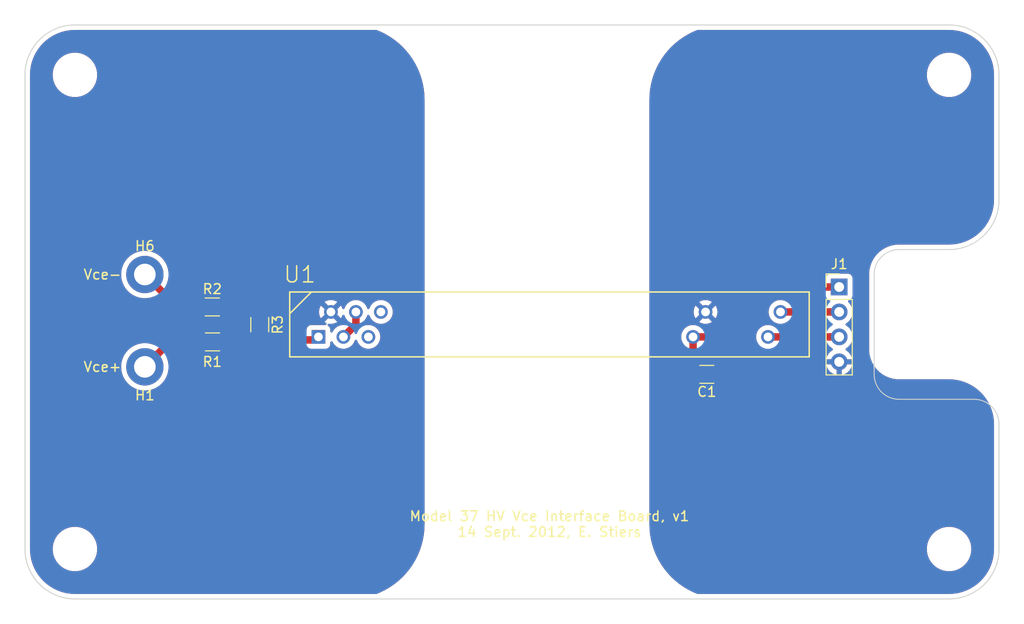
<source format=kicad_pcb>
(kicad_pcb (version 20211014) (generator pcbnew)

  (general
    (thickness 1.6)
  )

  (paper "A4")
  (layers
    (0 "F.Cu" signal)
    (31 "B.Cu" signal)
    (32 "B.Adhes" user "B.Adhesive")
    (33 "F.Adhes" user "F.Adhesive")
    (34 "B.Paste" user)
    (35 "F.Paste" user)
    (36 "B.SilkS" user "B.Silkscreen")
    (37 "F.SilkS" user "F.Silkscreen")
    (38 "B.Mask" user)
    (39 "F.Mask" user)
    (40 "Dwgs.User" user "User.Drawings")
    (41 "Cmts.User" user "User.Comments")
    (42 "Eco1.User" user "User.Eco1")
    (43 "Eco2.User" user "User.Eco2")
    (44 "Edge.Cuts" user)
    (45 "Margin" user)
    (46 "B.CrtYd" user "B.Courtyard")
    (47 "F.CrtYd" user "F.Courtyard")
    (48 "B.Fab" user)
    (49 "F.Fab" user)
    (50 "User.1" user)
    (51 "User.2" user)
    (52 "User.3" user)
    (53 "User.4" user)
    (54 "User.5" user)
    (55 "User.6" user)
    (56 "User.7" user)
    (57 "User.8" user)
    (58 "User.9" user)
  )

  (setup
    (stackup
      (layer "F.SilkS" (type "Top Silk Screen"))
      (layer "F.Paste" (type "Top Solder Paste"))
      (layer "F.Mask" (type "Top Solder Mask") (thickness 0.01))
      (layer "F.Cu" (type "copper") (thickness 0.035))
      (layer "dielectric 1" (type "core") (thickness 1.51) (material "FR4") (epsilon_r 4.5) (loss_tangent 0.02))
      (layer "B.Cu" (type "copper") (thickness 0.035))
      (layer "B.Mask" (type "Bottom Solder Mask") (thickness 0.01))
      (layer "B.Paste" (type "Bottom Solder Paste"))
      (layer "B.SilkS" (type "Bottom Silk Screen"))
      (copper_finish "None")
      (dielectric_constraints no)
    )
    (pad_to_mask_clearance 0)
    (aux_axis_origin 152.4 101.6)
    (pcbplotparams
      (layerselection 0x00010fc_ffffffff)
      (disableapertmacros false)
      (usegerberextensions false)
      (usegerberattributes true)
      (usegerberadvancedattributes true)
      (creategerberjobfile true)
      (svguseinch false)
      (svgprecision 6)
      (excludeedgelayer true)
      (plotframeref false)
      (viasonmask false)
      (mode 1)
      (useauxorigin false)
      (hpglpennumber 1)
      (hpglpenspeed 20)
      (hpglpendiameter 15.000000)
      (dxfpolygonmode true)
      (dxfimperialunits true)
      (dxfusepcbnewfont true)
      (psnegative false)
      (psa4output false)
      (plotreference true)
      (plotvalue true)
      (plotinvisibletext false)
      (sketchpadsonfab false)
      (subtractmaskfromsilk false)
      (outputformat 1)
      (mirror false)
      (drillshape 1)
      (scaleselection 1)
      (outputdirectory "")
    )
  )

  (net 0 "")
  (net 1 "Net-(C1-Pad1)")
  (net 2 "Net-(H1-Pad1)")
  (net 3 "Net-(H6-Pad1)")
  (net 4 "Net-(J1-Pad1)")
  (net 5 "Net-(J1-Pad2)")
  (net 6 "Net-(R1-Pad2)")
  (net 7 "Net-(U1-Pad3)")
  (net 8 "unconnected-(U1-Pad5)")
  (net 9 "unconnected-(U1-Pad6)")
  (net 10 "GND")
  (net 11 "GND1")

  (footprint "Connector_PinHeader_2.54mm:PinHeader_1x04_P2.54mm_Vertical" (layer "F.Cu") (at 181.864 97.79))

  (footprint "Resistor_SMD:R_1206_3216Metric_Pad1.30x1.75mm_HandSolder" (layer "F.Cu") (at 122.936 101.626 -90))

  (footprint "Resistor_SMD:R_1206_3216Metric_Pad1.30x1.75mm_HandSolder" (layer "F.Cu") (at 118.11 99.822))

  (footprint "MountingHole:MountingHole_3.5mm" (layer "F.Cu") (at 193.04 76.2))

  (footprint "Resistor_SMD:R_1206_3216Metric_Pad1.30x1.75mm_HandSolder" (layer "F.Cu") (at 118.136 103.378))

  (footprint "MountingHole:MountingHole_3.5mm" (layer "F.Cu") (at 104.14 124.46))

  (footprint "MountingHole:MountingHole_3.5mm" (layer "F.Cu") (at 193.04 124.46))

  (footprint "Capacitor_SMD:C_1206_3216Metric_Pad1.33x1.80mm_HandSolder" (layer "F.Cu") (at 168.402 106.68))

  (footprint "MountingHole:MountingHole_2.2mm_M2_DIN965_Pad_TopBottom" (layer "F.Cu") (at 111.252 105.918 180))

  (footprint "MountingHole:MountingHole_2.2mm_M2_DIN965_Pad_TopBottom" (layer "F.Cu") (at 111.252 96.52))

  (footprint "MountingHole:MountingHole_3.5mm" (layer "F.Cu") (at 104.14 76.2))

  (footprint "_es_Uncommon:AMP_AD202KY" (layer "F.Cu") (at 128.905 102.87))

  (gr_arc (start 193.04 71.12) (mid 196.632102 72.607898) (end 198.12 76.2) (layer "Edge.Cuts") (width 0.1) (tstamp 065fdce8-8d07-4d0e-b847-e881af6d2176))
  (gr_line (start 104.14 129.54) (end 193.04 129.54) (layer "Edge.Cuts") (width 0.1) (tstamp 0a4c6b6d-0e7b-4665-aad9-d4cb5cae9010))
  (gr_arc (start 187.96 109.22) (mid 186.163949 108.476051) (end 185.42 106.68) (layer "Edge.Cuts") (width 0.1) (tstamp 102c4f15-f7f0-47b3-b463-90324a621426))
  (gr_line (start 187.96 93.98) (end 193.04 93.98) (layer "Edge.Cuts") (width 0.1) (tstamp 35f9a52e-305a-44cd-a902-50fefa459e3e))
  (gr_line (start 187.96 109.22) (end 195.58 109.22) (layer "Edge.Cuts") (width 0.1) (tstamp 51e52e2d-6785-4c86-9dd7-8aebf7924453))
  (gr_line (start 193.04 71.12) (end 104.14 71.12) (layer "Edge.Cuts") (width 0.1) (tstamp 66909a2d-25a3-4886-a83e-d7ab2350f1d6))
  (gr_arc (start 99.06 76.2) (mid 100.547898 72.607898) (end 104.14 71.12) (layer "Edge.Cuts") (width 0.1) (tstamp 6bde0b4b-e412-48e4-bade-971d8af93b60))
  (gr_line (start 185.42 96.52) (end 185.42 106.68) (layer "Edge.Cuts") (width 0.1) (tstamp 6fb02862-63ba-49f1-a279-59c199bb0b44))
  (gr_arc (start 195.58 109.22) (mid 197.376051 109.963949) (end 198.12 111.76) (layer "Edge.Cuts") (width 0.1) (tstamp 77882400-606a-4159-9b6d-7be7ce590e63))
  (gr_arc (start 198.12 88.9) (mid 196.632102 92.492102) (end 193.04 93.98) (layer "Edge.Cuts") (width 0.1) (tstamp 7978884e-ada4-427e-9d35-775ddff74b61))
  (gr_arc (start 198.12 124.46) (mid 196.632102 128.052102) (end 193.04 129.54) (layer "Edge.Cuts") (width 0.1) (tstamp 9fa39cdd-701f-4576-a94e-36699404b5fd))
  (gr_arc (start 104.14 129.54) (mid 100.547898 128.052102) (end 99.06 124.46) (layer "Edge.Cuts") (width 0.1) (tstamp a2ca631e-f14c-44b6-84f7-f3b237fd3f0b))
  (gr_line (start 198.12 88.9) (end 198.12 76.2) (layer "Edge.Cuts") (width 0.1) (tstamp c282237e-9c18-4bf9-b10e-02c853ae9a7a))
  (gr_line (start 99.06 76.2) (end 99.06 124.46) (layer "Edge.Cuts") (width 0.1) (tstamp cae53ade-a92e-4e35-9d89-af091c3769ca))
  (gr_line (start 198.12 111.76) (end 198.12 124.46) (layer "Edge.Cuts") (width 0.1) (tstamp e190a94b-c743-4fff-abd5-c1cee9ceda19))
  (gr_arc (start 185.42 96.52) (mid 186.163949 94.723949) (end 187.96 93.98) (layer "Edge.Cuts") (width 0.1) (tstamp f60c137d-c367-4645-aa2d-670eeaf33037))
  (gr_text "Model 37 HV Vce Interface Board, v1\n14 Sept. 2012, E. Stiers" (at 152.4 121.92) (layer "F.SilkS") (tstamp 00c7f158-18a1-4d5d-8258-3a26fd0c9e5f)
    (effects (font (size 1 1) (thickness 0.15)))
  )
  (gr_text "Vce+" (at 106.934 105.918) (layer "F.SilkS") (tstamp 2bb8ee85-bdd6-415d-b9bf-de572d52bfca)
    (effects (font (size 1 1) (thickness 0.15)))
  )
  (gr_text "Vce-" (at 106.934 96.52) (layer "F.SilkS") (tstamp 447b9602-1535-4e33-be0c-f61d248bb6ba)
    (effects (font (size 1 1) (thickness 0.15)))
  )

  (segment (start 170.18 104.648) (end 178.562 104.648) (width 0.762) (layer "F.Cu") (net 1) (tstamp 22042404-c582-4c81-af8b-9d0fcff1a3a5))
  (segment (start 180.34 102.87) (end 181.864 102.87) (width 0.762) (layer "F.Cu") (net 1) (tstamp 26af3975-a636-45c1-8b88-2ae79f76cdc4))
  (segment (start 167.005 102.87) (end 167.005 106.5145) (width 0.762) (layer "F.Cu") (net 1) (tstamp 403a2cf6-7be6-4225-bdd6-ccbd5be585ba))
  (segment (start 167.005 102.87) (end 168.402 102.87) (width 0.762) (layer "F.Cu") (net 1) (tstamp 561be14d-d84c-418b-894f-d769d053f4ab))
  (segment (start 178.562 104.648) (end 180.34 102.87) (width 0.762) (layer "F.Cu") (net 1) (tstamp 6f39c6d5-e7fb-4ee3-bc77-139c595c26b2))
  (segment (start 168.402 102.87) (end 170.18 104.648) (width 0.762) (layer "F.Cu") (net 1) (tstamp 8c6a4aa8-0d8c-413b-a8b7-107149bcf978))
  (segment (start 167.005 106.5145) (end 166.8395 106.68) (width 0.762) (layer "F.Cu") (net 1) (tstamp b903e4cb-7d76-45fb-bf16-098719c21cad))
  (segment (start 116.586 103.378) (end 113.792 103.378) (width 0.762) (layer "F.Cu") (net 2) (tstamp 8aea171e-a7ae-41d1-924c-6d491ea8c735))
  (segment (start 113.792 103.378) (end 111.252 105.918) (width 0.762) (layer "F.Cu") (net 2) (tstamp f989bf8c-3fff-404a-8e1d-b639ee74f519))
  (segment (start 116.56 99.822) (end 114.554 99.822) (width 0.762) (layer "F.Cu") (net 3) (tstamp 1161f41d-82ec-4a57-b4f0-65e5956011c6))
  (segment (start 114.554 99.822) (end 111.252 96.52) (width 0.762) (layer "F.Cu") (net 3) (tstamp 3d84b857-cec7-445f-9d1c-cf70d267844a))
  (segment (start 181.864 97.79) (end 180.086 97.79) (width 0.762) (layer "F.Cu") (net 4) (tstamp 498fe738-0e31-4795-97bf-375d7c6e6558))
  (segment (start 177.546 100.33) (end 175.895 100.33) (width 0.762) (layer "F.Cu") (net 4) (tstamp 60f6f33f-d9dc-4612-9782-555ee48c135b))
  (segment (start 180.086 97.79) (end 177.546 100.33) (width 0.762) (layer "F.Cu") (net 4) (tstamp e5bafa40-af4a-4065-9ea6-d8ff9a24151d))
  (segment (start 180.086 100.33) (end 177.546 102.87) (width 0.762) (layer "F.Cu") (net 5) (tstamp 3ed92cb6-48ea-48a1-a8ce-17394b1f0fe1))
  (segment (start 181.864 100.33) (end 180.086 100.33) (width 0.762) (layer "F.Cu") (net 5) (tstamp bb542591-48b1-4ec7-86a4-ea873ed21c85))
  (segment (start 177.546 102.87) (end 174.625 102.87) (width 0.762) (layer "F.Cu") (net 5) (tstamp c7b52978-8902-4629-8316-b3b528939548))
  (segment (start 119.888 103.176) (end 119.686 103.378) (width 0.762) (layer "F.Cu") (net 6) (tstamp 1daa6c5b-8fe6-4836-bf4c-2df54206462c))
  (segment (start 122.936 103.176) (end 128.599 103.176) (width 0.762) (layer "F.Cu") (net 6) (tstamp 9a9c8566-e969-452e-8667-b078cf6ce077))
  (segment (start 128.599 103.176) (end 128.905 102.87) (width 0.762) (layer "F.Cu") (net 6) (tstamp b1392027-f157-440a-aff0-ef0d5949b30a))
  (segment (start 122.936 103.176) (end 119.888 103.176) (width 0.762) (layer "F.Cu") (net 6) (tstamp c31c86ac-c10d-4628-8e83-85e5d17c433a))
  (segment (start 132.715 100.33) (end 132.715 101.6) (width 0.762) (layer "F.Cu") (net 7) (tstamp d69a5db1-1044-402e-a9d0-ac8cc7d19c6c))
  (segment (start 132.715 101.6) (end 131.445 102.87) (width 0.762) (layer "F.Cu") (net 7) (tstamp f80be18c-56f6-4276-904c-313b661df56b))
  (segment (start 129.921 100.076) (end 130.175 100.33) (width 0.762) (layer "F.Cu") (net 11) (tstamp 14b23139-5d6d-484a-97af-2d344b3d68db))
  (segment (start 119.914 100.076) (end 119.66 99.822) (width 0.762) (layer "F.Cu") (net 11) (tstamp 4cf8730a-5369-4927-8dc5-d9c16ab41c0c))

  (zone (net 10) (net_name "GND") (layers F&B.Cu) (tstamp 98407ebb-a288-4c08-b7d6-ffa5db8f541e) (hatch edge 0.508)
    (connect_pads (clearance 0.508))
    (min_thickness 0.254) (filled_areas_thickness no)
    (fill yes (thermal_gap 0.508) (thermal_bridge_width 0.508) (smoothing fillet) (radius 7.62))
    (polygon
      (pts
        (xy 200.66 132.08)
        (xy 162.56 132.08)
        (xy 162.56 68.58)
        (xy 200.66 68.58)
      )
    )
    (filled_polygon
      (layer "F.Cu")
      (pts
        (xy 193.010057 71.6295)
        (xy 193.024858 71.631805)
        (xy 193.024861 71.631805)
        (xy 193.03373 71.633186)
        (xy 193.054158 71.630515)
        (xy 193.075983 71.629571)
        (xy 193.432981 71.645158)
        (xy 193.44393 71.646116)
        (xy 193.828465 71.696741)
        (xy 193.839291 71.69865)
        (xy 194.217951 71.782598)
        (xy 194.228568 71.785443)
        (xy 194.398993 71.839177)
        (xy 194.598473 71.902073)
        (xy 194.608787 71.905826)
        (xy 194.967143 72.054262)
        (xy 194.977087 72.0589)
        (xy 195.321117 72.23799)
        (xy 195.330637 72.243486)
        (xy 195.657754 72.451883)
        (xy 195.666758 72.458188)
        (xy 195.974458 72.694295)
        (xy 195.982878 72.70136)
        (xy 196.21376 72.912923)
        (xy 196.268836 72.963391)
        (xy 196.276605 72.97116)
        (xy 196.288601 72.984251)
        (xy 196.53864 73.257122)
        (xy 196.545705 73.265542)
        (xy 196.781812 73.573242)
        (xy 196.788117 73.582246)
        (xy 196.996514 73.909363)
        (xy 197.002009 73.918882)
        (xy 197.174383 74.250008)
        (xy 197.181096 74.262904)
        (xy 197.185738 74.272857)
        (xy 197.329299 74.619445)
        (xy 197.334171 74.631206)
        (xy 197.33793 74.641535)
        (xy 197.454557 75.011432)
        (xy 197.457402 75.022049)
        (xy 197.54135 75.400709)
        (xy 197.543259 75.411535)
        (xy 197.593884 75.79607)
        (xy 197.594842 75.80702)
        (xy 197.610104 76.156584)
        (xy 197.608724 76.18146)
        (xy 197.606814 76.19373)
        (xy 197.609274 76.212539)
        (xy 197.610936 76.225251)
        (xy 197.612 76.241589)
        (xy 197.612 88.850672)
        (xy 197.6105 88.870056)
        (xy 197.606814 88.89373)
        (xy 197.609485 88.914158)
        (xy 197.610429 88.935987)
        (xy 197.594842 89.29298)
        (xy 197.593884 89.30393)
        (xy 197.543259 89.688465)
        (xy 197.54135 89.699291)
        (xy 197.457402 90.077951)
        (xy 197.454557 90.088568)
        (xy 197.33793 90.458465)
        (xy 197.334174 90.468787)
        (xy 197.268177 90.628119)
        (xy 197.185742 90.827134)
        (xy 197.1811 90.837087)
        (xy 197.00201 91.181117)
        (xy 196.996514 91.190637)
        (xy 196.788117 91.517754)
        (xy 196.781812 91.526758)
        (xy 196.545705 91.834458)
        (xy 196.53864 91.842878)
        (xy 196.276609 92.128836)
        (xy 196.26884 92.136605)
        (xy 196.084087 92.3059)
        (xy 195.982878 92.39864)
        (xy 195.974458 92.405705)
        (xy 195.666758 92.641812)
        (xy 195.657754 92.648117)
        (xy 195.330637 92.856514)
        (xy 195.321118 92.862009)
        (xy 194.977087 93.0411)
        (xy 194.967143 93.045738)
        (xy 194.608787 93.194174)
        (xy 194.598473 93.197927)
        (xy 194.398993 93.260823)
        (xy 194.228568 93.314557)
        (xy 194.217951 93.317402)
        (xy 193.839291 93.40135)
        (xy 193.828465 93.403259)
        (xy 193.44393 93.453884)
        (xy 193.432981 93.454842)
        (xy 193.083416 93.470104)
        (xy 193.05854 93.468724)
        (xy 193.056573 93.468418)
        (xy 193.055142 93.468195)
        (xy 193.055141 93.468195)
        (xy 193.04627 93.466814)
        (xy 193.016936 93.47065)
        (xy 193.014749 93.470936)
        (xy 192.998411 93.472)
        (xy 188.013207 93.472)
        (xy 187.992303 93.470254)
        (xy 187.983155 93.468715)
        (xy 187.972539 93.466929)
        (xy 187.966181 93.466851)
        (xy 187.964858 93.466835)
        (xy 187.964854 93.466835)
        (xy 187.96 93.466776)
        (xy 187.955192 93.467465)
        (xy 187.955187 93.467465)
        (xy 187.954149 93.467614)
        (xy 187.942878 93.468715)
        (xy 187.64096 93.484537)
        (xy 187.63772 93.48505)
        (xy 187.637712 93.485051)
        (xy 187.492934 93.507982)
        (xy 187.325415 93.534515)
        (xy 187.016824 93.617202)
        (xy 186.718565 93.731692)
        (xy 186.715625 93.73319)
        (xy 186.43685 93.875233)
        (xy 186.436843 93.875237)
        (xy 186.433909 93.876732)
        (xy 186.165972 94.050732)
        (xy 185.917691 94.251786)
        (xy 185.691786 94.477691)
        (xy 185.490732 94.725972)
        (xy 185.316732 94.993909)
        (xy 185.315237 94.996843)
        (xy 185.315233 94.99685)
        (xy 185.17319 95.275625)
        (xy 185.171692 95.278565)
        (xy 185.057202 95.576824)
        (xy 184.974515 95.885415)
        (xy 184.924537 96.20096)
        (xy 184.924365 96.204249)
        (xy 184.90955 96.486921)
        (xy 184.907978 96.501221)
        (xy 184.907737 96.502656)
        (xy 184.906929 96.507461)
        (xy 184.906776 96.52)
        (xy 184.907466 96.524815)
        (xy 184.910727 96.547588)
        (xy 184.912 96.565451)
        (xy 184.912 104.086793)
        (xy 184.910254 104.107697)
        (xy 184.906929 104.127461)
        (xy 184.906776 104.14)
        (xy 184.907465 104.144808)
        (xy 184.907465 104.144813)
        (xy 184.907614 104.145851)
        (xy 184.908715 104.157122)
        (xy 184.924537 104.45904)
        (xy 184.92505 104.46228)
        (xy 184.925051 104.462288)
        (xy 184.940009 104.556727)
        (xy 184.974515 104.774585)
        (xy 185.057202 105.083176)
        (xy 185.171692 105.381435)
        (xy 185.17319 105.384375)
        (xy 185.312233 105.657261)
        (xy 185.316732 105.666091)
        (xy 185.318526 105.668853)
        (xy 185.318528 105.668857)
        (xy 185.342684 105.706054)
        (xy 185.490732 105.934028)
        (xy 185.691786 106.182309)
        (xy 185.917691 106.408214)
        (xy 186.165972 106.609268)
        (xy 186.168747 106.61107)
        (xy 186.374047 106.744393)
        (xy 186.433909 106.783268)
        (xy 186.436843 106.784763)
        (xy 186.43685 106.784767)
        (xy 186.715625 106.92681)
        (xy 186.718565 106.928308)
        (xy 187.016824 107.042798)
        (xy 187.325415 107.125485)
        (xy 187.492934 107.152018)
        (xy 187.637712 107.174949)
        (xy 187.63772 107.17495)
        (xy 187.64096 107.175463)
        (xy 187.781926 107.182851)
        (xy 187.926921 107.19045)
        (xy 187.941221 107.192022)
        (xy 187.942656 107.192263)
        (xy 187.94266 107.192263)
        (xy 187.947461 107.193071)
        (xy 187.953816 107.193149)
        (xy 187.955141 107.193165)
        (xy 187.955145 107.193165)
        (xy 187.96 107.193224)
        (xy 187.987588 107.189273)
        (xy 188.005451 107.188)
        (xy 192.990672 107.188)
        (xy 193.010057 107.1895)
        (xy 193.024858 107.191805)
        (xy 193.024861 107.191805)
        (xy 193.03373 107.193186)
        (xy 193.054158 107.190515)
        (xy 193.075983 107.189571)
        (xy 193.432981 107.205158)
        (xy 193.44393 107.206116)
        (xy 193.828465 107.256741)
        (xy 193.839291 107.25865)
        (xy 194.217951 107.342598)
        (xy 194.228568 107.345443)
        (xy 194.398993 107.399177)
        (xy 194.598473 107.462073)
        (xy 194.608787 107.465826)
        (xy 194.967143 107.614262)
        (xy 194.977087 107.6189)
        (xy 195.320765 107.797807)
        (xy 195.321117 107.79799)
        (xy 195.330637 107.803486)
        (xy 195.657754 108.011883)
        (xy 195.666758 108.018188)
        (xy 195.974458 108.254295)
        (xy 195.982878 108.26136)
        (xy 196.21376 108.472923)
        (xy 196.268836 108.523391)
        (xy 196.276609 108.531164)
        (xy 196.53864 108.817122)
        (xy 196.545705 108.825542)
        (xy 196.781812 109.133242)
        (xy 196.788117 109.142246)
        (xy 196.996514 109.469363)
        (xy 197.002009 109.478882)
        (xy 197.075427 109.619915)
        (xy 197.181096 109.822904)
        (xy 197.185738 109.832857)
        (xy 197.334171 110.191206)
        (xy 197.33793 110.201535)
        (xy 197.454557 110.571432)
        (xy 197.457402 110.582049)
        (xy 197.54135 110.960709)
        (xy 197.543259 110.971535)
        (xy 197.593884 111.35607)
        (xy 197.594842 111.36702)
        (xy 197.610104 111.716584)
        (xy 197.608724 111.74146)
        (xy 197.606814 111.75373)
        (xy 197.609274 111.772539)
        (xy 197.610936 111.785251)
        (xy 197.612 111.801589)
        (xy 197.612 124.410672)
        (xy 197.6105 124.430056)
        (xy 197.606814 124.45373)
        (xy 197.609485 124.474158)
        (xy 197.610429 124.495983)
        (xy 197.600804 124.716425)
        (xy 197.594842 124.85298)
        (xy 197.593884 124.86393)
        (xy 197.543259 125.248465)
        (xy 197.54135 125.259291)
        (xy 197.457402 125.637951)
        (xy 197.454557 125.648568)
        (xy 197.33793 126.018465)
        (xy 197.334174 126.028787)
        (xy 197.221628 126.300498)
        (xy 197.185742 126.387134)
        (xy 197.1811 126.397087)
        (xy 197.016002 126.714239)
        (xy 197.00201 126.741117)
        (xy 196.996514 126.750637)
        (xy 196.788117 127.077754)
        (xy 196.781812 127.086758)
        (xy 196.545705 127.394458)
        (xy 196.53864 127.402878)
        (xy 196.283204 127.681639)
        (xy 196.276609 127.688836)
        (xy 196.26884 127.696605)
        (xy 196.084087 127.8659)
        (xy 195.982878 127.95864)
        (xy 195.974458 127.965705)
        (xy 195.666758 128.201812)
        (xy 195.657754 128.208117)
        (xy 195.330637 128.416514)
        (xy 195.321118 128.422009)
        (xy 194.977087 128.6011)
        (xy 194.967143 128.605738)
        (xy 194.608787 128.754174)
        (xy 194.598473 128.757927)
        (xy 194.398993 128.820823)
        (xy 194.228568 128.874557)
        (xy 194.217951 128.877402)
        (xy 193.839291 128.96135)
        (xy 193.828465 128.963259)
        (xy 193.44393 129.013884)
        (xy 193.432981 129.014842)
        (xy 193.083416 129.030104)
        (xy 193.05854 129.028724)
        (xy 193.056684 129.028435)
        (xy 193.055142 129.028195)
        (xy 193.055141 129.028195)
        (xy 193.04627 129.026814)
        (xy 193.016936 129.03065)
        (xy 193.014749 129.030936)
        (xy 192.998411 129.032)
        (xy 167.475618 129.032)
        (xy 167.4274 129.022409)
        (xy 167.018691 128.853116)
        (xy 167.010509 128.849379)
        (xy 166.771331 128.729655)
        (xy 166.532147 128.609928)
        (xy 166.524258 128.605621)
        (xy 166.064188 128.332648)
        (xy 166.056621 128.327785)
        (xy 165.617199 128.022689)
        (xy 165.609999 128.017299)
        (xy 165.193469 127.681639)
        (xy 165.186671 127.675749)
        (xy 164.79514 127.31122)
        (xy 164.78878 127.30486)
        (xy 164.424251 126.913329)
        (xy 164.418361 126.906531)
        (xy 164.082701 126.490001)
        (xy 164.077311 126.482801)
        (xy 163.772215 126.043379)
        (xy 163.767352 126.035812)
        (xy 163.494379 125.575742)
        (xy 163.490069 125.567848)
        (xy 163.490049 125.567807)
        (xy 163.335617 125.259291)
        (xy 163.250621 125.089491)
        (xy 163.246884 125.081309)
        (xy 163.042165 124.587073)
        (xy 163.039022 124.578646)
        (xy 163.01531 124.507404)
        (xy 190.776941 124.507404)
        (xy 190.803091 124.806292)
        (xy 190.804001 124.810364)
        (xy 190.804002 124.810369)
        (xy 190.864564 125.081309)
        (xy 190.86854 125.099095)
        (xy 190.97214 125.380671)
        (xy 190.974084 125.384359)
        (xy 190.974088 125.384367)
        (xy 191.070805 125.567807)
        (xy 191.112069 125.646071)
        (xy 191.285871 125.890633)
        (xy 191.49049 126.110061)
        (xy 191.722333 126.300498)
        (xy 191.977325 126.4586)
        (xy 192.250988 126.581589)
        (xy 192.313032 126.600085)
        (xy 192.534514 126.666112)
        (xy 192.534516 126.666112)
        (xy 192.538513 126.667304)
        (xy 192.542633 126.667957)
        (xy 192.542635 126.667957)
        (xy 192.661509 126.686785)
        (xy 192.834848 126.714239)
        (xy 192.877577 126.716179)
        (xy 192.927262 126.718436)
        (xy 192.927281 126.718436)
        (xy 192.928681 126.7185)
        (xy 193.116107 126.7185)
        (xy 193.33937 126.703671)
        (xy 193.343464 126.702846)
        (xy 193.343468 126.702845)
        (xy 193.484513 126.674405)
        (xy 193.63348 126.644368)
        (xy 193.917163 126.546688)
        (xy 193.920896 126.544819)
        (xy 193.9209 126.544817)
        (xy 194.181691 126.414222)
        (xy 194.181693 126.414221)
        (xy 194.185435 126.412347)
        (xy 194.433584 126.243706)
        (xy 194.657248 126.043726)
        (xy 194.678899 126.018465)
        (xy 194.849779 125.819097)
        (xy 194.849782 125.819093)
        (xy 194.852499 125.815923)
        (xy 194.854773 125.812421)
        (xy 194.854777 125.812416)
        (xy 195.013628 125.567807)
        (xy 195.013631 125.567802)
        (xy 195.015907 125.564297)
        (xy 195.1446 125.29327)
        (xy 195.157235 125.253919)
        (xy 195.235038 125.011591)
        (xy 195.235038 125.01159)
        (xy 195.236318 125.007604)
        (xy 195.289448 124.712316)
        (xy 195.295519 124.578646)
        (xy 195.30287 124.416766)
        (xy 195.30287 124.41676)
        (xy 195.303059 124.412596)
        (xy 195.276909 124.113708)
        (xy 195.232832 123.916515)
        (xy 195.212372 123.824984)
        (xy 195.212371 123.824981)
        (xy 195.21146 123.820905)
        (xy 195.10786 123.539329)
        (xy 195.105916 123.535641)
        (xy 195.105912 123.535633)
        (xy 194.969884 123.277633)
        (xy 194.969883 123.277632)
        (xy 194.967931 123.273929)
        (xy 194.794129 123.029367)
        (xy 194.58951 122.809939)
        (xy 194.357667 122.619502)
        (xy 194.102675 122.4614)
        (xy 193.829012 122.338411)
        (xy 193.61565 122.274805)
        (xy 193.545486 122.253888)
        (xy 193.545484 122.253888)
        (xy 193.541487 122.252696)
        (xy 193.537367 122.252043)
        (xy 193.537365 122.252043)
        (xy 193.418491 122.233215)
        (xy 193.245152 122.205761)
        (xy 193.202423 122.203821)
        (xy 193.152738 122.201564)
        (xy 193.152719 122.201564)
        (xy 193.151319 122.2015)
        (xy 192.963893 122.2015)
        (xy 192.74063 122.216329)
        (xy 192.736536 122.217154)
        (xy 192.736532 122.217155)
        (xy 192.595487 122.245595)
        (xy 192.44652 122.275632)
        (xy 192.162837 122.373312)
        (xy 192.159104 122.375181)
        (xy 192.1591 122.375183)
        (xy 191.973582 122.468084)
        (xy 191.894565 122.507653)
        (xy 191.646416 122.676294)
        (xy 191.422752 122.876274)
        (xy 191.420035 122.879444)
        (xy 191.420034 122.879445)
        (xy 191.294155 123.026311)
        (xy 191.227501 123.104077)
        (xy 191.225227 123.107579)
        (xy 191.225223 123.107584)
        (xy 191.114792 123.277633)
        (xy 191.064093 123.355703)
        (xy 190.9354 123.62673)
        (xy 190.843682 123.912396)
        (xy 190.790552 124.207684)
        (xy 190.790363 124.211851)
        (xy 190.790362 124.211858)
        (xy 190.778974 124.462633)
        (xy 190.776941 124.507404)
        (xy 163.01531 124.507404)
        (xy 162.870085 124.071072)
        (xy 162.867551 124.062442)
        (xy 162.804901 123.81698)
        (xy 162.735254 123.544107)
        (xy 162.733342 123.53532)
        (xy 162.63836 123.008867)
        (xy 162.63708 122.999964)
        (xy 162.579897 122.468084)
        (xy 162.579255 122.459112)
        (xy 162.56008 121.92224)
        (xy 162.56 121.917743)
        (xy 162.56 107.3804)
        (xy 165.6685 107.3804)
        (xy 165.668837 107.383646)
        (xy 165.668837 107.38365)
        (xy 165.678752 107.479206)
        (xy 165.679474 107.486166)
        (xy 165.73545 107.653946)
        (xy 165.828522 107.804348)
        (xy 165.953697 107.929305)
        (xy 165.959927 107.933145)
        (xy 165.959928 107.933146)
        (xy 166.097288 108.017816)
        (xy 166.104262 108.022115)
        (xy 166.184005 108.048564)
        (xy 166.265611 108.075632)
        (xy 166.265613 108.075632)
        (xy 166.272139 108.077797)
        (xy 166.278975 108.078497)
        (xy 166.278978 108.078498)
        (xy 166.322031 108.082909)
        (xy 166.3766 108.0885)
        (xy 167.3024 108.0885)
        (xy 167.305646 108.088163)
        (xy 167.30565 108.088163)
        (xy 167.401308 108.078238)
        (xy 167.401312 108.078237)
        (xy 167.408166 108.077526)
        (xy 167.414702 108.075345)
        (xy 167.414704 108.075345)
        (xy 167.546806 108.031272)
        (xy 167.575946 108.02155)
        (xy 167.726348 107.928478)
        (xy 167.851305 107.803303)
        (xy 167.944115 107.652738)
        (xy 167.970564 107.572995)
        (xy 167.997632 107.491389)
        (xy 167.997632 107.491387)
        (xy 167.999797 107.484861)
        (xy 168.001963 107.463726)
        (xy 168.010167 107.38365)
        (xy 168.0105 107.3804)
        (xy 168.0105 107.377095)
        (xy 168.794001 107.377095)
        (xy 168.794338 107.383614)
        (xy 168.804257 107.479206)
        (xy 168.807149 107.4926)
        (xy 168.858588 107.646784)
        (xy 168.864761 107.659962)
        (xy 168.950063 107.797807)
        (xy 168.959099 107.809208)
        (xy 169.073829 107.923739)
        (xy 169.08524 107.932751)
        (xy 169.223243 108.017816)
        (xy 169.236424 108.023963)
        (xy 169.39071 108.075138)
        (xy 169.404086 108.078005)
        (xy 169.498438 108.087672)
        (xy 169.504854 108.088)
        (xy 169.692385 108.088)
        (xy 169.707624 108.083525)
        (xy 169.708829 108.082135)
        (xy 169.7105 108.074452)
        (xy 169.7105 108.069884)
        (xy 170.2185 108.069884)
        (xy 170.222975 108.085123)
        (xy 170.224365 108.086328)
        (xy 170.232048 108.087999)
        (xy 170.424095 108.087999)
        (xy 170.430614 108.087662)
        (xy 170.526206 108.077743)
        (xy 170.5396 108.074851)
        (xy 170.693784 108.023412)
        (xy 170.706962 108.017239)
        (xy 170.844807 107.931937)
        (xy 170.856208 107.922901)
        (xy 170.970739 107.808171)
        (xy 170.979751 107.79676)
        (xy 171.064816 107.658757)
        (xy 171.070963 107.645576)
        (xy 171.122138 107.49129)
        (xy 171.125005 107.477914)
        (xy 171.134672 107.383562)
        (xy 171.135 107.377146)
        (xy 171.135 106.952115)
        (xy 171.130525 106.936876)
        (xy 171.129135 106.935671)
        (xy 171.121452 106.934)
        (xy 170.236615 106.934)
        (xy 170.221376 106.938475)
        (xy 170.220171 106.939865)
        (xy 170.2185 106.947548)
        (xy 170.2185 108.069884)
        (xy 169.7105 108.069884)
        (xy 169.7105 106.952115)
        (xy 169.706025 106.936876)
        (xy 169.704635 106.935671)
        (xy 169.696952 106.934)
        (xy 168.812116 106.934)
        (xy 168.796877 106.938475)
        (xy 168.795672 106.939865)
        (xy 168.794001 106.947548)
        (xy 168.794001 107.377095)
        (xy 168.0105 107.377095)
        (xy 168.0105 105.9796)
        (xy 168.003929 105.916267)
        (xy 168.000238 105.880692)
        (xy 168.000237 105.880688)
        (xy 167.999526 105.873834)
        (xy 167.94355 105.706054)
        (xy 167.913356 105.657261)
        (xy 167.8945 105.590958)
        (xy 167.8945 103.924633)
        (xy 167.914502 103.856512)
        (xy 167.968158 103.810019)
        (xy 168.038432 103.799915)
        (xy 168.103012 103.829409)
        (xy 168.109595 103.835538)
        (xy 169.372609 105.098552)
        (xy 169.406635 105.160864)
        (xy 169.40157 105.231679)
        (xy 169.359023 105.288515)
        (xy 169.32339 105.307171)
        (xy 169.235216 105.336588)
        (xy 169.222038 105.342761)
        (xy 169.084193 105.428063)
        (xy 169.072792 105.437099)
        (xy 168.958261 105.551829)
        (xy 168.949249 105.56324)
        (xy 168.864184 105.701243)
        (xy 168.858037 105.714424)
        (xy 168.806862 105.86871)
        (xy 168.803995 105.882086)
        (xy 168.794328 105.976438)
        (xy 168.794 105.982855)
        (xy 168.794 106.407885)
        (xy 168.798475 106.423124)
        (xy 168.799865 106.424329)
        (xy 168.807548 106.426)
        (xy 171.116884 106.426)
        (xy 171.132123 106.421525)
        (xy 171.133328 106.420135)
        (xy 171.134999 106.412452)
        (xy 171.134999 105.982905)
        (xy 171.134662 105.976386)
        (xy 171.124743 105.880794)
        (xy 171.121851 105.8674)
        (xy 171.068094 105.706268)
        (xy 171.070404 105.705497)
        (xy 171.066171 105.677966)
        (xy 180.532257 105.677966)
        (xy 180.562565 105.812446)
        (xy 180.565645 105.822275)
        (xy 180.64577 106.019603)
        (xy 180.650413 106.028794)
        (xy 180.761694 106.210388)
        (xy 180.767777 106.218699)
        (xy 180.907213 106.379667)
        (xy 180.91458 106.386883)
        (xy 181.078434 106.522916)
        (xy 181.086881 106.528831)
        (xy 181.270756 106.636279)
        (xy 181.280042 106.640729)
        (xy 181.479001 106.716703)
        (xy 181.488899 106.719579)
        (xy 181.59225 106.740606)
        (xy 181.606299 106.73941)
        (xy 181.61 106.729065)
        (xy 181.61 106.728517)
        (xy 182.118 106.728517)
        (xy 182.122064 106.742359)
        (xy 182.135478 106.744393)
        (xy 182.142184 106.743534)
        (xy 182.152262 106.741392)
        (xy 182.356255 106.680191)
        (xy 182.365842 106.676433)
        (xy 182.557095 106.582739)
        (xy 182.565945 106.577464)
        (xy 182.739328 106.453792)
        (xy 182.7472 106.447139)
        (xy 182.898052 106.296812)
        (xy 182.90473 106.288965)
        (xy 183.029003 106.11602)
        (xy 183.034313 106.107183)
        (xy 183.12867 105.916267)
        (xy 183.132469 105.906672)
        (xy 183.194377 105.70291)
        (xy 183.196555 105.692837)
        (xy 183.197986 105.681962)
        (xy 183.195775 105.667778)
        (xy 183.182617 105.664)
        (xy 182.136115 105.664)
        (xy 182.120876 105.668475)
        (xy 182.119671 105.669865)
        (xy 182.118 105.677548)
        (xy 182.118 106.728517)
        (xy 181.61 106.728517)
        (xy 181.61 105.682115)
        (xy 181.605525 105.666876)
        (xy 181.604135 105.665671)
        (xy 181.596452 105.664)
        (xy 180.547225 105.664)
        (xy 180.533694 105.667973)
        (xy 180.532257 105.677966)
        (xy 171.066171 105.677966)
        (xy 171.061376 105.646786)
        (xy 171.090238 105.581921)
        (xy 171.149586 105.542956)
        (xy 171.186263 105.5375)
        (xy 178.482075 105.5375)
        (xy 178.501786 105.539051)
        (xy 178.508673 105.540142)
        (xy 178.508675 105.540142)
        (xy 178.51519 105.541174)
        (xy 178.521778 105.540829)
        (xy 178.521782 105.540829)
        (xy 178.581999 105.537673)
        (xy 178.588593 105.5375)
        (xy 178.60862 105.5375)
        (xy 178.611891 105.537156)
        (xy 178.611895 105.537156)
        (xy 178.628539 105.535407)
        (xy 178.635113 105.53489)
        (xy 178.695316 105.531735)
        (xy 178.695318 105.531735)
        (xy 178.701915 105.531389)
        (xy 178.715028 105.527875)
        (xy 178.73447 105.524272)
        (xy 178.735712 105.524142)
        (xy 178.741385 105.523546)
        (xy 178.741389 105.523545)
        (xy 178.747956 105.522855)
        (xy 178.811581 105.502182)
        (xy 178.817906 105.500309)
        (xy 178.825359 105.498312)
        (xy 178.882524 105.482994)
        (xy 178.894616 105.476833)
        (xy 178.912875 105.46927)
        (xy 178.925785 105.465075)
        (xy 178.983724 105.431624)
        (xy 178.98952 105.428477)
        (xy 179.049125 105.398107)
        (xy 179.05967 105.389568)
        (xy 179.075955 105.378375)
        (xy 179.082002 105.374884)
        (xy 179.082005 105.374881)
        (xy 179.087715 105.371585)
        (xy 179.092615 105.367173)
        (xy 179.092619 105.36717)
        (xy 179.124515 105.33845)
        (xy 179.137432 105.326819)
        (xy 179.142446 105.322537)
        (xy 179.155441 105.312014)
        (xy 179.158006 105.309937)
        (xy 179.172153 105.29579)
        (xy 179.176937 105.291249)
        (xy 179.221766 105.250885)
        (xy 179.221767 105.250883)
        (xy 179.226669 105.24647)
        (xy 179.234652 105.235482)
        (xy 179.247489 105.220454)
        (xy 180.671538 103.796405)
        (xy 180.73385 103.762379)
        (xy 180.760633 103.7595)
        (xy 180.779553 103.7595)
        (xy 180.847674 103.779502)
        (xy 180.87479 103.803002)
        (xy 180.91025 103.843938)
        (xy 181.082126 103.986632)
        (xy 181.155955 104.029774)
        (xy 181.204679 104.081412)
        (xy 181.21775 104.151195)
        (xy 181.191019 104.216967)
        (xy 181.150562 104.250327)
        (xy 181.142457 104.254546)
        (xy 181.133738 104.260036)
        (xy 180.963433 104.387905)
        (xy 180.955726 104.394748)
        (xy 180.80859 104.548717)
        (xy 180.802104 104.556727)
        (xy 180.682098 104.732649)
        (xy 180.677 104.741623)
        (xy 180.587338 104.934783)
        (xy 180.583775 104.94447)
        (xy 180.528389 105.144183)
        (xy 180.529912 105.152607)
        (xy 180.542292 105.156)
        (xy 183.182344 105.156)
        (xy 183.195875 105.152027)
        (xy 183.19718 105.142947)
        (xy 183.155214 104.975875)
        (xy 183.151894 104.966124)
        (xy 183.066972 104.770814)
        (xy 183.062105 104.761739)
        (xy 182.946426 104.582926)
        (xy 182.940136 104.574757)
        (xy 182.796806 104.41724)
        (xy 182.789273 104.410215)
        (xy 182.622139 104.278222)
        (xy 182.613556 104.27252)
        (xy 182.576602 104.25212)
        (xy 182.526631 104.201687)
        (xy 182.511859 104.132245)
        (xy 182.536975 104.065839)
        (xy 182.564327 104.039232)
        (xy 182.587797 104.022491)
        (xy 182.74386 103.911173)
        (xy 182.902096 103.753489)
        (xy 182.912043 103.739647)
        (xy 183.029435 103.576277)
        (xy 183.032453 103.572077)
        (xy 183.052292 103.531937)
        (xy 183.129136 103.376453)
        (xy 183.129137 103.376451)
        (xy 183.13143 103.371811)
        (xy 183.19637 103.158069)
        (xy 183.225529 102.93659)
        (xy 183.227156 102.87)
        (xy 183.208852 102.647361)
        (xy 183.154431 102.430702)
        (xy 183.065354 102.22584)
        (xy 182.977167 102.089523)
        (xy 182.946822 102.042617)
        (xy 182.94682 102.042614)
        (xy 182.944014 102.038277)
        (xy 182.79367 101.873051)
        (xy 182.789619 101.869852)
        (xy 182.789615 101.869848)
        (xy 182.622414 101.7378)
        (xy 182.62241 101.737798)
        (xy 182.618359 101.734598)
        (xy 182.577053 101.711796)
        (xy 182.527084 101.661364)
        (xy 182.512312 101.591921)
        (xy 182.537428 101.525516)
        (xy 182.56478 101.498909)
        (xy 182.61061 101.466219)
        (xy 182.74386 101.371173)
        (xy 182.760288 101.354803)
        (xy 182.893175 101.222379)
        (xy 182.902096 101.213489)
        (xy 183.032453 101.032077)
        (xy 183.052292 100.991937)
        (xy 183.129136 100.836453)
        (xy 183.129137 100.836451)
        (xy 183.13143 100.831811)
        (xy 183.19637 100.618069)
        (xy 183.225529 100.39659)
        (xy 183.227022 100.335475)
        (xy 183.227074 100.333365)
        (xy 183.227074 100.333361)
        (xy 183.227156 100.33)
        (xy 183.208852 100.107361)
        (xy 183.154431 99.890702)
        (xy 183.065354 99.68584)
        (xy 183.013972 99.606415)
        (xy 182.946822 99.502617)
        (xy 182.94682 99.502614)
        (xy 182.944014 99.498277)
        (xy 182.902533 99.45269)
        (xy 182.796798 99.336488)
        (xy 182.765746 99.272642)
        (xy 182.774141 99.202143)
        (xy 182.819317 99.147375)
        (xy 182.845761 99.133706)
        (xy 182.952297 99.093767)
        (xy 182.960705 99.090615)
        (xy 183.077261 99.003261)
        (xy 183.164615 98.886705)
        (xy 183.215745 98.750316)
        (xy 183.2225 98.688134)
        (xy 183.2225 96.891866)
        (xy 183.215745 96.829684)
        (xy 183.164615 96.693295)
        (xy 183.077261 96.576739)
        (xy 182.960705 96.489385)
        (xy 182.824316 96.438255)
        (xy 182.762134 96.4315)
        (xy 180.965866 96.4315)
        (xy 180.903684 96.438255)
        (xy 180.767295 96.489385)
        (xy 180.650739 96.576739)
        (xy 180.563385 96.693295)
        (xy 180.560233 96.701703)
        (xy 180.516361 96.81873)
        (xy 180.473719 96.875494)
        (xy 180.407157 96.900194)
        (xy 180.398379 96.9005)
        (xy 180.165924 96.9005)
        (xy 180.146213 96.898949)
        (xy 180.139326 96.897858)
        (xy 180.139324 96.897858)
        (xy 180.132809 96.896826)
        (xy 180.126222 96.897171)
        (xy 180.126217 96.897171)
        (xy 180.066007 96.900327)
        (xy 180.059413 96.9005)
        (xy 180.03938 96.9005)
        (xy 180.022005 96.902326)
        (xy 180.019455 96.902594)
        (xy 180.012881 96.903111)
        (xy 179.95268 96.906266)
        (xy 179.952677 96.906266)
        (xy 179.946084 96.906612)
        (xy 179.939705 96.908321)
        (xy 179.939706 96.908321)
        (xy 179.932976 96.910124)
        (xy 179.913543 96.913725)
        (xy 179.906618 96.914453)
        (xy 179.906609 96.914455)
        (xy 179.900044 96.915145)
        (xy 179.836412 96.93582)
        (xy 179.830111 96.937687)
        (xy 179.765475 96.955006)
        (xy 179.759595 96.958002)
        (xy 179.75959 96.958004)
        (xy 179.753385 96.961166)
        (xy 179.735121 96.968731)
        (xy 179.728504 96.970881)
        (xy 179.728499 96.970883)
        (xy 179.722215 96.972925)
        (xy 179.668436 97.003974)
        (xy 179.664276 97.006376)
        (xy 179.658481 97.009522)
        (xy 179.604762 97.036894)
        (xy 179.604759 97.036896)
        (xy 179.598875 97.039894)
        (xy 179.593741 97.044051)
        (xy 179.59374 97.044052)
        (xy 179.588329 97.048433)
        (xy 179.572044 97.059626)
        (xy 179.560285 97.066415)
        (xy 179.555378 97.070833)
        (xy 179.555377 97.070834)
        (xy 179.510555 97.111193)
        (xy 179.505546 97.115471)
        (xy 179.489994 97.128064)
        (xy 179.475857 97.142201)
        (xy 179.471073 97.146742)
        (xy 179.421331 97.19153)
        (xy 179.417452 97.196869)
        (xy 179.41335 97.202515)
        (xy 179.400509 97.217549)
        (xy 177.214462 99.403595)
        (xy 177.15215 99.437621)
        (xy 177.125367 99.4405)
        (xy 176.764647 99.4405)
        (xy 176.696526 99.420498)
        (xy 176.682188 99.408943)
        (xy 176.681909 99.409276)
        (xy 176.677704 99.405747)
        (xy 176.673809 99.401852)
        (xy 176.669301 99.398695)
        (xy 176.669298 99.398693)
        (xy 176.505315 99.283871)
        (xy 176.505312 99.283869)
        (xy 176.500806 99.280714)
        (xy 176.495824 99.278391)
        (xy 176.495819 99.278388)
        (xy 176.314377 99.193781)
        (xy 176.314376 99.193781)
        (xy 176.309395 99.191458)
        (xy 176.304087 99.190036)
        (xy 176.304085 99.190035)
        (xy 176.110709 99.13822)
        (xy 176.110707 99.13822)
        (xy 176.105394 99.136796)
        (xy 175.895 99.118389)
        (xy 175.684606 99.136796)
        (xy 175.679293 99.13822)
        (xy 175.679291 99.13822)
        (xy 175.485915 99.190035)
        (xy 175.485913 99.190036)
        (xy 175.480605 99.191458)
        (xy 175.475624 99.19378)
        (xy 175.475623 99.193781)
        (xy 175.294176 99.278391)
        (xy 175.294173 99.278393)
        (xy 175.289195 99.280714)
        (xy 175.116191 99.401852)
        (xy 174.966852 99.551191)
        (xy 174.845714 99.724195)
        (xy 174.843393 99.729173)
        (xy 174.843391 99.729176)
        (xy 174.763112 99.901336)
        (xy 174.756458 99.915605)
        (xy 174.755036 99.920913)
        (xy 174.755035 99.920915)
        (xy 174.706422 100.102342)
        (xy 174.701796 100.119606)
        (xy 174.683389 100.33)
        (xy 174.701796 100.540394)
        (xy 174.756458 100.744395)
        (xy 174.75878 100.749376)
        (xy 174.758781 100.749377)
        (xy 174.842294 100.92847)
        (xy 174.845714 100.935805)
        (xy 174.966852 101.108809)
        (xy 175.116191 101.258148)
        (xy 175.120699 101.261305)
        (xy 175.120702 101.261307)
        (xy 175.272403 101.367529)
        (xy 175.289194 101.379286)
        (xy 175.294176 101.381609)
        (xy 175.294181 101.381612)
        (xy 175.475623 101.466219)
        (xy 175.480605 101.468542)
        (xy 175.485913 101.469964)
        (xy 175.485915 101.469965)
        (xy 175.679291 101.52178)
        (xy 175.679293 101.52178)
        (xy 175.684606 101.523204)
        (xy 175.895 101.541611)
        (xy 176.105394 101.523204)
        (xy 176.110707 101.52178)
        (xy 176.110709 101.52178)
        (xy 176.304085 101.469965)
        (xy 176.304087 101.469964)
        (xy 176.309395 101.468542)
        (xy 176.314377 101.466219)
        (xy 176.495819 101.381612)
        (xy 176.495824 101.381609)
        (xy 176.500806 101.379286)
        (xy 176.517597 101.367529)
        (xy 176.669298 101.261307)
        (xy 176.669301 101.261305)
        (xy 176.673809 101.258148)
        (xy 176.677706 101.254251)
        (xy 176.681909 101.250724)
        (xy 176.683181 101.252239)
        (xy 176.737864 101.222379)
        (xy 176.764647 101.2195)
        (xy 177.466075 101.2195)
        (xy 177.485786 101.221051)
        (xy 177.492673 101.222142)
        (xy 177.492675 101.222142)
        (xy 177.49919 101.223174)
        (xy 177.505778 101.222829)
        (xy 177.505782 101.222829)
        (xy 177.565999 101.219673)
        (xy 177.572593 101.2195)
        (xy 177.59262 101.2195)
        (xy 177.595891 101.219156)
        (xy 177.595895 101.219156)
        (xy 177.612539 101.217407)
        (xy 177.619111 101.21689)
        (xy 177.626824 101.216486)
        (xy 177.631187 101.216257)
        (xy 177.700262 101.232666)
        (xy 177.7495 101.283814)
        (xy 177.763268 101.353463)
        (xy 177.737196 101.419499)
        (xy 177.726878 101.431179)
        (xy 177.214462 101.943595)
        (xy 177.15215 101.977621)
        (xy 177.125367 101.9805)
        (xy 175.494647 101.9805)
        (xy 175.426526 101.960498)
        (xy 175.412188 101.948943)
        (xy 175.411909 101.949276)
        (xy 175.407704 101.945747)
        (xy 175.403809 101.941852)
        (xy 175.399301 101.938695)
        (xy 175.399298 101.938693)
        (xy 175.235315 101.823871)
        (xy 175.235312 101.823869)
        (xy 175.230806 101.820714)
        (xy 175.225824 101.818391)
        (xy 175.225819 101.818388)
        (xy 175.044377 101.733781)
        (xy 175.044376 101.733781)
        (xy 175.039395 101.731458)
        (xy 175.034087 101.730036)
        (xy 175.034085 101.730035)
        (xy 174.840709 101.67822)
        (xy 174.840707 101.67822)
        (xy 174.835394 101.676796)
        (xy 174.625 101.658389)
        (xy 174.414606 101.676796)
        (xy 174.409293 101.67822)
        (xy 174.409291 101.67822)
        (xy 174.215915 101.730035)
        (xy 174.215913 101.730036)
        (xy 174.210605 101.731458)
        (xy 174.205624 101.73378)
        (xy 174.205623 101.733781)
        (xy 174.024176 101.818391)
        (xy 174.024173 101.818393)
        (xy 174.019195 101.820714)
        (xy 173.846191 101.941852)
        (xy 173.696852 102.091191)
        (xy 173.575714 102.264195)
        (xy 173.573393 102.269173)
        (xy 173.573391 102.269176)
        (xy 173.488781 102.450623)
        (xy 173.486458 102.455605)
        (xy 173.431796 102.659606)
        (xy 173.413389 102.87)
        (xy 173.431796 103.080394)
        (xy 173.486458 103.284395)
        (xy 173.48878 103.289376)
        (xy 173.488781 103.289377)
        (xy 173.572294 103.46847)
        (xy 173.575714 103.475805)
        (xy 173.63483 103.560232)
        (xy 173.657517 103.627503)
        (xy 173.640232 103.696364)
        (xy 173.588462 103.744948)
        (xy 173.531616 103.7585)
        (xy 170.600633 103.7585)
        (xy 170.532512 103.738498)
        (xy 170.511538 103.721595)
        (xy 169.087489 102.297546)
        (xy 169.074652 102.282518)
        (xy 169.066669 102.27153)
        (xy 169.05352 102.25969)
        (xy 169.016937 102.226751)
        (xy 169.012153 102.22221)
        (xy 168.998006 102.208063)
        (xy 168.982446 102.195463)
        (xy 168.977425 102.191175)
        (xy 168.932619 102.15083)
        (xy 168.932615 102.150827)
        (xy 168.927715 102.146415)
        (xy 168.922005 102.143119)
        (xy 168.922002 102.143116)
        (xy 168.915955 102.139625)
        (xy 168.89967 102.128432)
        (xy 168.889125 102.119893)
        (xy 168.82952 102.089523)
        (xy 168.823724 102.086376)
        (xy 168.817975 102.083057)
        (xy 168.765785 102.052925)
        (xy 168.752875 102.04873)
        (xy 168.734616 102.041167)
        (xy 168.722524 102.035006)
        (xy 168.657906 102.017691)
        (xy 168.651582 102.015818)
        (xy 168.594625 101.997312)
        (xy 168.587956 101.995145)
        (xy 168.581389 101.994455)
        (xy 168.581385 101.994454)
        (xy 168.575712 101.993858)
        (xy 168.57447 101.993728)
        (xy 168.555028 101.990125)
        (xy 168.541915 101.986611)
        (xy 168.535318 101.986265)
        (xy 168.535316 101.986265)
        (xy 168.475113 101.98311)
        (xy 168.468539 101.982593)
        (xy 168.451895 101.980844)
        (xy 168.451891 101.980844)
        (xy 168.44862 101.9805)
        (xy 168.428593 101.9805)
        (xy 168.421999 101.980327)
        (xy 168.361782 101.977171)
        (xy 168.361778 101.977171)
        (xy 168.35519 101.976826)
        (xy 168.348675 101.977858)
        (xy 168.348673 101.977858)
        (xy 168.341786 101.978949)
        (xy 168.322075 101.9805)
        (xy 167.874647 101.9805)
        (xy 167.806526 101.960498)
        (xy 167.792188 101.948943)
        (xy 167.791909 101.949276)
        (xy 167.787704 101.945747)
        (xy 167.783809 101.941852)
        (xy 167.779301 101.938695)
        (xy 167.779298 101.938693)
        (xy 167.615315 101.823871)
        (xy 167.615312 101.823869)
        (xy 167.610806 101.820714)
        (xy 167.605824 101.818391)
        (xy 167.605819 101.818388)
        (xy 167.424377 101.733781)
        (xy 167.424376 101.733781)
        (xy 167.419395 101.731458)
        (xy 167.414087 101.730036)
        (xy 167.414085 101.730035)
        (xy 167.220709 101.67822)
        (xy 167.220707 101.67822)
        (xy 167.215394 101.676796)
        (xy 167.005 101.658389)
        (xy 166.794606 101.676796)
        (xy 166.789293 101.67822)
        (xy 166.789291 101.67822)
        (xy 166.595915 101.730035)
        (xy 166.595913 101.730036)
        (xy 166.590605 101.731458)
        (xy 166.585624 101.73378)
        (xy 166.585623 101.733781)
        (xy 166.404176 101.818391)
        (xy 166.404173 101.818393)
        (xy 166.399195 101.820714)
        (xy 166.226191 101.941852)
        (xy 166.076852 102.091191)
        (xy 165.955714 102.264195)
        (xy 165.953393 102.269173)
        (xy 165.953391 102.269176)
        (xy 165.868781 102.450623)
        (xy 165.866458 102.455605)
        (xy 165.811796 102.659606)
        (xy 165.793389 102.87)
        (xy 165.811796 103.080394)
        (xy 165.866458 103.284395)
        (xy 165.86878 103.289376)
        (xy 165.868781 103.289377)
        (xy 165.952294 103.46847)
        (xy 165.955714 103.475805)
        (xy 166.076852 103.648809)
        (xy 166.080748 103.652705)
        (xy 166.084278 103.656912)
        (xy 166.082762 103.658184)
        (xy 166.112621 103.712864)
        (xy 166.1155 103.739647)
        (xy 166.1155 105.260546)
        (xy 166.095498 105.328667)
        (xy 166.055803 105.36769)
        (xy 165.952652 105.431522)
        (xy 165.827695 105.556697)
        (xy 165.823855 105.562927)
        (xy 165.823854 105.562928)
        (xy 165.743777 105.692837)
        (xy 165.734885 105.707262)
        (xy 165.679203 105.875139)
        (xy 165.6685 105.9796)
        (xy 165.6685 107.3804)
        (xy 162.56 107.3804)
        (xy 162.56 101.342314)
        (xy 167.627046 101.342314)
        (xy 167.636928 101.354803)
        (xy 167.692041 101.391627)
        (xy 167.702146 101.397114)
        (xy 167.895267 101.480086)
        (xy 167.90621 101.483641)
        (xy 168.111209 101.530028)
        (xy 168.122618 101.53153)
        (xy 168.332645 101.539781)
        (xy 168.344129 101.539179)
        (xy 168.552145 101.509019)
        (xy 168.563328 101.506334)
        (xy 168.762362 101.438771)
        (xy 168.772865 101.434095)
        (xy 168.915404 101.35427)
        (xy 168.925266 101.344194)
        (xy 168.922311 101.336522)
        (xy 168.287811 100.702021)
        (xy 168.273868 100.694408)
        (xy 168.272034 100.694539)
        (xy 168.26542 100.69879)
        (xy 167.633239 101.330972)
        (xy 167.627046 101.342314)
        (xy 162.56 101.342314)
        (xy 162.56 100.304048)
        (xy 167.064124 100.304048)
        (xy 167.077871 100.513779)
        (xy 167.079672 100.525149)
        (xy 167.131409 100.728863)
        (xy 167.13525 100.73971)
        (xy 167.223247 100.930592)
        (xy 167.228996 100.940549)
        (xy 167.250112 100.970427)
        (xy 167.260702 100.978816)
        (xy 167.274001 100.971788)
        (xy 167.902979 100.342811)
        (xy 167.909356 100.331132)
        (xy 168.639408 100.331132)
        (xy 168.639539 100.332966)
        (xy 168.64379 100.33958)
        (xy 169.277611 100.9734)
        (xy 169.289986 100.980157)
        (xy 169.296566 100.975231)
        (xy 169.379095 100.827865)
        (xy 169.383771 100.817362)
        (xy 169.451334 100.618328)
        (xy 169.454019 100.607145)
        (xy 169.484475 100.397088)
        (xy 169.485105 100.389705)
        (xy 169.486572 100.333704)
        (xy 169.486329 100.326305)
        (xy 169.466908 100.114945)
        (xy 169.464811 100.10363)
        (xy 169.407758 99.901336)
        (xy 169.403636 99.890597)
        (xy 169.310671 99.702083)
        (xy 169.304665 99.692281)
        (xy 169.30151 99.688056)
        (xy 169.290251 99.679606)
        (xy 169.277834 99.686377)
        (xy 168.647021 100.317189)
        (xy 168.639408 100.331132)
        (xy 167.909356 100.331132)
        (xy 167.910592 100.328868)
        (xy 167.910461 100.327034)
        (xy 167.90621 100.32042)
        (xy 167.270603 99.684814)
        (xy 167.258228 99.678057)
        (xy 167.252262 99.682523)
        (xy 167.158256 99.861198)
        (xy 167.153851 99.871832)
        (xy 167.091522 100.072563)
        (xy 167.08913 100.083817)
        (xy 167.064425 100.292547)
        (xy 167.064124 100.304048)
        (xy 162.56 100.304048)
        (xy 162.56 99.316808)
        (xy 167.625921 99.316808)
        (xy 167.629407 99.325196)
        (xy 168.262189 99.957979)
        (xy 168.276132 99.965592)
        (xy 168.277966 99.965461)
        (xy 168.28458 99.96121)
        (xy 168.9167 99.329089)
        (xy 168.923457 99.316714)
        (xy 168.917427 99.308658)
        (xy 168.829972 99.253478)
        (xy 168.819721 99.248254)
        (xy 168.624497 99.170368)
        (xy 168.613469 99.167101)
        (xy 168.407322 99.126096)
        (xy 168.395875 99.124893)
        (xy 168.185716 99.122142)
        (xy 168.174236 99.123045)
        (xy 167.967087 99.15864)
        (xy 167.955979 99.161617)
        (xy 167.758782 99.234366)
        (xy 167.7484 99.239318)
        (xy 167.635519 99.306475)
        (xy 167.625921 99.316808)
        (xy 162.56 99.316808)
        (xy 162.56 78.742257)
        (xy 162.56008 78.73776)
        (xy 162.579255 78.200888)
        (xy 162.579897 78.191916)
        (xy 162.63708 77.660036)
        (xy 162.63836 77.651133)
        (xy 162.733342 77.12468)
        (xy 162.735254 77.115891)
        (xy 162.757359 77.029284)
        (xy 162.867552 76.597554)
        (xy 162.870085 76.588928)
        (xy 162.983755 76.247404)
        (xy 190.776941 76.247404)
        (xy 190.803091 76.546292)
        (xy 190.804001 76.550364)
        (xy 190.804002 76.550369)
        (xy 190.867628 76.835016)
        (xy 190.86854 76.839095)
        (xy 190.97214 77.120671)
        (xy 190.974084 77.124359)
        (xy 190.974088 77.124367)
        (xy 191.070805 77.307807)
        (xy 191.112069 77.386071)
        (xy 191.285871 77.630633)
        (xy 191.49049 77.850061)
        (xy 191.722333 78.040498)
        (xy 191.977325 78.1986)
        (xy 192.250988 78.321589)
        (xy 192.425368 78.373574)
        (xy 192.534514 78.406112)
        (xy 192.534516 78.406112)
        (xy 192.538513 78.407304)
        (xy 192.542633 78.407957)
        (xy 192.542635 78.407957)
        (xy 192.661509 78.426785)
        (xy 192.834848 78.454239)
        (xy 192.877577 78.456179)
        (xy 192.927262 78.458436)
        (xy 192.927281 78.458436)
        (xy 192.928681 78.4585)
        (xy 193.116107 78.4585)
        (xy 193.33937 78.443671)
        (xy 193.343464 78.442846)
        (xy 193.343468 78.442845)
        (xy 193.484513 78.414405)
        (xy 193.63348 78.384368)
        (xy 193.917163 78.286688)
        (xy 193.920896 78.284819)
        (xy 193.9209 78.284817)
        (xy 194.181691 78.154222)
        (xy 194.181693 78.154221)
        (xy 194.185435 78.152347)
        (xy 194.433584 77.983706)
        (xy 194.657248 77.783726)
        (xy 194.659966 77.780555)
        (xy 194.849779 77.559097)
        (xy 194.849782 77.559093)
        (xy 194.852499 77.555923)
        (xy 194.854773 77.552421)
        (xy 194.854777 77.552416)
        (xy 195.013628 77.307807)
        (xy 195.013631 77.307802)
        (xy 195.015907 77.304297)
        (xy 195.1446 77.03327)
        (xy 195.236318 76.747604)
        (xy 195.289448 76.452316)
        (xy 195.300907 76.2)
        (xy 195.30287 76.156766)
        (xy 195.30287 76.15676)
        (xy 195.303059 76.152596)
        (xy 195.276909 75.853708)
        (xy 195.264026 75.79607)
        (xy 195.212372 75.564984)
        (xy 195.212371 75.564981)
        (xy 195.21146 75.560905)
        (xy 195.10786 75.279329)
        (xy 195.105916 75.275641)
        (xy 195.105912 75.275633)
        (xy 194.969884 75.017633)
        (xy 194.969883 75.017632)
        (xy 194.967931 75.013929)
        (xy 194.794129 74.769367)
        (xy 194.58951 74.549939)
        (xy 194.357667 74.359502)
        (xy 194.102675 74.2014)
        (xy 193.829012 74.078411)
        (xy 193.61565 74.014805)
        (xy 193.545486 73.993888)
        (xy 193.545484 73.993888)
        (xy 193.541487 73.992696)
        (xy 193.537367 73.992043)
        (xy 193.537365 73.992043)
        (xy 193.418491 73.973215)
        (xy 193.245152 73.945761)
        (xy 193.202423 73.943821)
        (xy 193.152738 73.941564)
        (xy 193.152719 73.941564)
        (xy 193.151319 73.9415)
        (xy 192.963893 73.9415)
        (xy 192.74063 73.956329)
        (xy 192.736536 73.957154)
        (xy 192.736532 73.957155)
        (xy 192.595487 73.985595)
        (xy 192.44652 74.015632)
        (xy 192.162837 74.113312)
        (xy 192.159104 74.115181)
        (xy 192.1591 74.115183)
        (xy 191.898309 74.245778)
        (xy 191.894565 74.247653)
        (xy 191.646416 74.416294)
        (xy 191.422752 74.616274)
        (xy 191.420035 74.619444)
        (xy 191.420034 74.619445)
        (xy 191.294155 74.766311)
        (xy 191.227501 74.844077)
        (xy 191.225227 74.847579)
        (xy 191.225223 74.847584)
        (xy 191.071525 75.084258)
        (xy 191.064093 75.095703)
        (xy 190.9354 75.36673)
        (xy 190.934121 75.370713)
        (xy 190.93412 75.370716)
        (xy 190.874317 75.55698)
        (xy 190.843682 75.652396)
        (xy 190.790552 75.947684)
        (xy 190.790363 75.951851)
        (xy 190.790362 75.951858)
        (xy 190.778974 76.202635)
        (xy 190.776941 76.247404)
        (xy 162.983755 76.247404)
        (xy 163.039022 76.081354)
        (xy 163.042165 76.072927)
        (xy 163.246884 75.578691)
        (xy 163.250621 75.570509)
        (xy 163.485373 75.101533)
        (xy 163.490072 75.092147)
        (xy 163.494379 75.084258)
        (xy 163.767352 74.624188)
        (xy 163.772215 74.616621)
        (xy 164.077311 74.177199)
        (xy 164.082701 74.169999)
        (xy 164.418361 73.753469)
        (xy 164.424251 73.746671)
        (xy 164.78878 73.35514)
        (xy 164.79514 73.34878)
        (xy 165.186671 72.984251)
        (xy 165.193469 72.978361)
        (xy 165.609999 72.642701)
        (xy 165.617199 72.637311)
        (xy 166.056621 72.332215)
        (xy 166.064188 72.327352)
        (xy 166.524258 72.054379)
        (xy 166.532152 72.050069)
        (xy 166.546936 72.042669)
        (xy 167.010509 71.810621)
        (xy 167.018691 71.806884)
        (xy 167.4274 71.637591)
        (xy 167.475618 71.628)
        (xy 192.990672 71.628)
      )
    )
    (filled_polygon
      (layer "B.Cu")
      (pts
        (xy 193.010057 71.6295)
        (xy 193.024858 71.631805)
        (xy 193.024861 71.631805)
        (xy 193.03373 71.633186)
        (xy 193.054158 71.630515)
        (xy 193.075983 71.629571)
        (xy 193.432981 71.645158)
        (xy 193.44393 71.646116)
        (xy 193.828465 71.696741)
        (xy 193.839291 71.69865)
        (xy 194.217951 71.782598)
        (xy 194.228568 71.785443)
        (xy 194.398993 71.839177)
        (xy 194.598473 71.902073)
        (xy 194.608787 71.905826)
        (xy 194.967143 72.054262)
        (xy 194.977087 72.0589)
        (xy 195.321117 72.23799)
        (xy 195.330637 72.243486)
        (xy 195.657754 72.451883)
        (xy 195.666758 72.458188)
        (xy 195.974458 72.694295)
        (xy 195.982878 72.70136)
        (xy 196.21376 72.912923)
        (xy 196.268836 72.963391)
        (xy 196.276605 72.97116)
        (xy 196.288601 72.984251)
        (xy 196.53864 73.257122)
        (xy 196.545705 73.265542)
        (xy 196.781812 73.573242)
        (xy 196.788117 73.582246)
        (xy 196.996514 73.909363)
        (xy 197.002009 73.918882)
        (xy 197.174383 74.250008)
        (xy 197.181096 74.262904)
        (xy 197.185738 74.272857)
        (xy 197.329299 74.619445)
        (xy 197.334171 74.631206)
        (xy 197.33793 74.641535)
        (xy 197.454557 75.011432)
        (xy 197.457402 75.022049)
        (xy 197.54135 75.400709)
        (xy 197.543259 75.411535)
        (xy 197.593884 75.79607)
        (xy 197.594842 75.80702)
        (xy 197.610104 76.156584)
        (xy 197.608724 76.18146)
        (xy 197.606814 76.19373)
        (xy 197.609274 76.212539)
        (xy 197.610936 76.225251)
        (xy 197.612 76.241589)
        (xy 197.612 88.850672)
        (xy 197.6105 88.870056)
        (xy 197.606814 88.89373)
        (xy 197.609485 88.914158)
        (xy 197.610429 88.935987)
        (xy 197.594842 89.29298)
        (xy 197.593884 89.30393)
        (xy 197.543259 89.688465)
        (xy 197.54135 89.699291)
        (xy 197.457402 90.077951)
        (xy 197.454557 90.088568)
        (xy 197.33793 90.458465)
        (xy 197.334174 90.468787)
        (xy 197.268177 90.628119)
        (xy 197.185742 90.827134)
        (xy 197.1811 90.837087)
        (xy 197.00201 91.181117)
        (xy 196.996514 91.190637)
        (xy 196.788117 91.517754)
        (xy 196.781812 91.526758)
        (xy 196.545705 91.834458)
        (xy 196.53864 91.842878)
        (xy 196.276609 92.128836)
        (xy 196.26884 92.136605)
        (xy 196.084087 92.3059)
        (xy 195.982878 92.39864)
        (xy 195.974458 92.405705)
        (xy 195.666758 92.641812)
        (xy 195.657754 92.648117)
        (xy 195.330637 92.856514)
        (xy 195.321118 92.862009)
        (xy 194.977087 93.0411)
        (xy 194.967143 93.045738)
        (xy 194.608787 93.194174)
        (xy 194.598473 93.197927)
        (xy 194.398993 93.260823)
        (xy 194.228568 93.314557)
        (xy 194.217951 93.317402)
        (xy 193.839291 93.40135)
        (xy 193.828465 93.403259)
        (xy 193.44393 93.453884)
        (xy 193.432981 93.454842)
        (xy 193.083416 93.470104)
        (xy 193.05854 93.468724)
        (xy 193.056573 93.468418)
        (xy 193.055142 93.468195)
        (xy 193.055141 93.468195)
        (xy 193.04627 93.466814)
        (xy 193.016936 93.47065)
        (xy 193.014749 93.470936)
        (xy 192.998411 93.472)
        (xy 188.013207 93.472)
        (xy 187.992303 93.470254)
        (xy 187.983155 93.468715)
        (xy 187.972539 93.466929)
        (xy 187.966181 93.466851)
        (xy 187.964858 93.466835)
        (xy 187.964854 93.466835)
        (xy 187.96 93.466776)
        (xy 187.955192 93.467465)
        (xy 187.955187 93.467465)
        (xy 187.954149 93.467614)
        (xy 187.942878 93.468715)
        (xy 187.64096 93.484537)
        (xy 187.63772 93.48505)
        (xy 187.637712 93.485051)
        (xy 187.492934 93.507982)
        (xy 187.325415 93.534515)
        (xy 187.016824 93.617202)
        (xy 186.718565 93.731692)
        (xy 186.715625 93.73319)
        (xy 186.43685 93.875233)
        (xy 186.436843 93.875237)
        (xy 186.433909 93.876732)
        (xy 186.165972 94.050732)
        (xy 185.917691 94.251786)
        (xy 185.691786 94.477691)
        (xy 185.490732 94.725972)
        (xy 185.316732 94.993909)
        (xy 185.315237 94.996843)
        (xy 185.315233 94.99685)
        (xy 185.17319 95.275625)
        (xy 185.171692 95.278565)
        (xy 185.057202 95.576824)
        (xy 184.974515 95.885415)
        (xy 184.924537 96.20096)
        (xy 184.924365 96.204249)
        (xy 184.90955 96.486921)
        (xy 184.907978 96.501221)
        (xy 184.907737 96.502656)
        (xy 184.906929 96.507461)
        (xy 184.906776 96.52)
        (xy 184.907466 96.524815)
        (xy 184.910727 96.547588)
        (xy 184.912 96.565451)
        (xy 184.912 104.086793)
        (xy 184.910254 104.107697)
        (xy 184.906929 104.127461)
        (xy 184.906776 104.14)
        (xy 184.907465 104.144808)
        (xy 184.907465 104.144813)
        (xy 184.907614 104.145851)
        (xy 184.908715 104.157122)
        (xy 184.924537 104.45904)
        (xy 184.92505 104.46228)
        (xy 184.925051 104.462288)
        (xy 184.940009 104.556727)
        (xy 184.974515 104.774585)
        (xy 185.057202 105.083176)
        (xy 185.171692 105.381435)
        (xy 185.17319 105.384375)
        (xy 185.271257 105.576841)
        (xy 185.316732 105.666091)
        (xy 185.318526 105.668853)
        (xy 185.318528 105.668857)
        (xy 185.327138 105.682115)
        (xy 185.490732 105.934028)
        (xy 185.691786 106.182309)
        (xy 185.917691 106.408214)
        (xy 186.165972 106.609268)
        (xy 186.168747 106.61107)
        (xy 186.374047 106.744393)
        (xy 186.433909 106.783268)
        (xy 186.436843 106.784763)
        (xy 186.43685 106.784767)
        (xy 186.715625 106.92681)
        (xy 186.718565 106.928308)
        (xy 187.016824 107.042798)
        (xy 187.325415 107.125485)
        (xy 187.492934 107.152018)
        (xy 187.637712 107.174949)
        (xy 187.63772 107.17495)
        (xy 187.64096 107.175463)
        (xy 187.781926 107.182851)
        (xy 187.926921 107.19045)
        (xy 187.941221 107.192022)
        (xy 187.942656 107.192263)
        (xy 187.94266 107.192263)
        (xy 187.947461 107.193071)
        (xy 187.953816 107.193149)
        (xy 187.955141 107.193165)
        (xy 187.955145 107.193165)
        (xy 187.96 107.193224)
        (xy 187.987588 107.189273)
        (xy 188.005451 107.188)
        (xy 192.990672 107.188)
        (xy 193.010057 107.1895)
        (xy 193.024858 107.191805)
        (xy 193.024861 107.191805)
        (xy 193.03373 107.193186)
        (xy 193.054158 107.190515)
        (xy 193.075983 107.189571)
        (xy 193.432981 107.205158)
        (xy 193.44393 107.206116)
        (xy 193.828465 107.256741)
        (xy 193.839291 107.25865)
        (xy 194.217951 107.342598)
        (xy 194.228568 107.345443)
        (xy 194.398993 107.399177)
        (xy 194.598473 107.462073)
        (xy 194.608787 107.465826)
        (xy 194.967143 107.614262)
        (xy 194.977087 107.6189)
        (xy 195.321117 107.79799)
        (xy 195.330637 107.803486)
        (xy 195.657754 108.011883)
        (xy 195.666758 108.018188)
        (xy 195.974458 108.254295)
        (xy 195.982878 108.26136)
        (xy 196.21376 108.472923)
        (xy 196.268836 108.523391)
        (xy 196.276609 108.531164)
        (xy 196.53864 108.817122)
        (xy 196.545705 108.825542)
        (xy 196.781812 109.133242)
        (xy 196.788117 109.142246)
        (xy 196.996514 109.469363)
        (xy 197.002009 109.478882)
        (xy 197.075427 109.619915)
        (xy 197.181096 109.822904)
        (xy 197.185738 109.832857)
        (xy 197.334171 110.191206)
        (xy 197.33793 110.201535)
        (xy 197.454557 110.571432)
        (xy 197.457402 110.582049)
        (xy 197.54135 110.960709)
        (xy 197.543259 110.971535)
        (xy 197.593884 111.35607)
        (xy 197.594842 111.36702)
        (xy 197.610104 111.716584)
        (xy 197.608724 111.74146)
        (xy 197.606814 111.75373)
        (xy 197.609274 111.772539)
        (xy 197.610936 111.785251)
        (xy 197.612 111.801589)
        (xy 197.612 124.410672)
        (xy 197.6105 124.430056)
        (xy 197.606814 124.45373)
        (xy 197.609485 124.474158)
        (xy 197.610429 124.495983)
        (xy 197.600804 124.716425)
        (xy 197.594842 124.85298)
        (xy 197.593884 124.86393)
        (xy 197.543259 125.248465)
        (xy 197.54135 125.259291)
        (xy 197.457402 125.637951)
        (xy 197.454557 125.648568)
        (xy 197.33793 126.018465)
        (xy 197.334174 126.028787)
        (xy 197.221628 126.300498)
        (xy 197.185742 126.387134)
        (xy 197.1811 126.397087)
        (xy 197.016002 126.714239)
        (xy 197.00201 126.741117)
        (xy 196.996514 126.750637)
        (xy 196.788117 127.077754)
        (xy 196.781812 127.086758)
        (xy 196.545705 127.394458)
        (xy 196.53864 127.402878)
        (xy 196.283204 127.681639)
        (xy 196.276609 127.688836)
        (xy 196.26884 127.696605)
        (xy 196.084087 127.8659)
        (xy 195.982878 127.95864)
        (xy 195.974458 127.965705)
        (xy 195.666758 128.201812)
        (xy 195.657754 128.208117)
        (xy 195.330637 128.416514)
        (xy 195.321118 128.422009)
        (xy 194.977087 128.6011)
        (xy 194.967143 128.605738)
        (xy 194.608787 128.754174)
        (xy 194.598473 128.757927)
        (xy 194.398993 128.820823)
        (xy 194.228568 128.874557)
        (xy 194.217951 128.877402)
        (xy 193.839291 128.96135)
        (xy 193.828465 128.963259)
        (xy 193.44393 129.013884)
        (xy 193.432981 129.014842)
        (xy 193.083416 129.030104)
        (xy 193.05854 129.028724)
        (xy 193.056684 129.028435)
        (xy 193.055142 129.028195)
        (xy 193.055141 129.028195)
        (xy 193.04627 129.026814)
        (xy 193.016936 129.03065)
        (xy 193.014749 129.030936)
        (xy 192.998411 129.032)
        (xy 167.475618 129.032)
        (xy 167.4274 129.022409)
        (xy 167.018691 128.853116)
        (xy 167.010509 128.849379)
        (xy 166.771331 128.729655)
        (xy 166.532147 128.609928)
        (xy 166.524258 128.605621)
        (xy 166.064188 128.332648)
        (xy 166.056621 128.327785)
        (xy 165.617199 128.022689)
        (xy 165.609999 128.017299)
        (xy 165.193469 127.681639)
        (xy 165.186671 127.675749)
        (xy 164.79514 127.31122)
        (xy 164.78878 127.30486)
        (xy 164.424251 126.913329)
        (xy 164.418361 126.906531)
        (xy 164.082701 126.490001)
        (xy 164.077311 126.482801)
        (xy 163.772215 126.043379)
        (xy 163.767352 126.035812)
        (xy 163.494379 125.575742)
        (xy 163.490069 125.567848)
        (xy 163.490049 125.567807)
        (xy 163.335617 125.259291)
        (xy 163.250621 125.089491)
        (xy 163.246884 125.081309)
        (xy 163.042165 124.587073)
        (xy 163.039022 124.578646)
        (xy 163.01531 124.507404)
        (xy 190.776941 124.507404)
        (xy 190.803091 124.806292)
        (xy 190.804001 124.810364)
        (xy 190.804002 124.810369)
        (xy 190.864564 125.081309)
        (xy 190.86854 125.099095)
        (xy 190.97214 125.380671)
        (xy 190.974084 125.384359)
        (xy 190.974088 125.384367)
        (xy 191.070805 125.567807)
        (xy 191.112069 125.646071)
        (xy 191.285871 125.890633)
        (xy 191.49049 126.110061)
        (xy 191.722333 126.300498)
        (xy 191.977325 126.4586)
        (xy 192.250988 126.581589)
        (xy 192.313032 126.600085)
        (xy 192.534514 126.666112)
        (xy 192.534516 126.666112)
        (xy 192.538513 126.667304)
        (xy 192.542633 126.667957)
        (xy 192.542635 126.667957)
        (xy 192.661509 126.686785)
        (xy 192.834848 126.714239)
        (xy 192.877577 126.716179)
        (xy 192.927262 126.718436)
        (xy 192.927281 126.718436)
        (xy 192.928681 126.7185)
        (xy 193.116107 126.7185)
        (xy 193.33937 126.703671)
        (xy 193.343464 126.702846)
        (xy 193.343468 126.702845)
        (xy 193.484513 126.674405)
        (xy 193.63348 126.644368)
        (xy 193.917163 126.546688)
        (xy 193.920896 126.544819)
        (xy 193.9209 126.544817)
        (xy 194.181691 126.414222)
        (xy 194.181693 126.414221)
        (xy 194.185435 126.412347)
        (xy 194.433584 126.243706)
        (xy 194.657248 126.043726)
        (xy 194.678899 126.018465)
        (xy 194.849779 125.819097)
        (xy 194.849782 125.819093)
        (xy 194.852499 125.815923)
        (xy 194.854773 125.812421)
        (xy 194.854777 125.812416)
        (xy 195.013628 125.567807)
        (xy 195.013631 125.567802)
        (xy 195.015907 125.564297)
        (xy 195.1446 125.29327)
        (xy 195.157235 125.253919)
        (xy 195.235038 125.011591)
        (xy 195.235038 125.01159)
        (xy 195.236318 125.007604)
        (xy 195.289448 124.712316)
        (xy 195.295519 124.578646)
        (xy 195.30287 124.416766)
        (xy 195.30287 124.41676)
        (xy 195.303059 124.412596)
        (xy 195.276909 124.113708)
        (xy 195.232832 123.916515)
        (xy 195.212372 123.824984)
        (xy 195.212371 123.824981)
        (xy 195.21146 123.820905)
        (xy 195.10786 123.539329)
        (xy 195.105916 123.535641)
        (xy 195.105912 123.535633)
        (xy 194.969884 123.277633)
        (xy 194.969883 123.277632)
        (xy 194.967931 123.273929)
        (xy 194.794129 123.029367)
        (xy 194.58951 122.809939)
        (xy 194.357667 122.619502)
        (xy 194.102675 122.4614)
        (xy 193.829012 122.338411)
        (xy 193.61565 122.274805)
        (xy 193.545486 122.253888)
        (xy 193.545484 122.253888)
        (xy 193.541487 122.252696)
        (xy 193.537367 122.252043)
        (xy 193.537365 122.252043)
        (xy 193.418491 122.233215)
        (xy 193.245152 122.205761)
        (xy 193.202423 122.203821)
        (xy 193.152738 122.201564)
        (xy 193.152719 122.201564)
        (xy 193.151319 122.2015)
        (xy 192.963893 122.2015)
        (xy 192.74063 122.216329)
        (xy 192.736536 122.217154)
        (xy 192.736532 122.217155)
        (xy 192.595487 122.245595)
        (xy 192.44652 122.275632)
        (xy 192.162837 122.373312)
        (xy 192.159104 122.375181)
        (xy 192.1591 122.375183)
        (xy 191.973582 122.468084)
        (xy 191.894565 122.507653)
        (xy 191.646416 122.676294)
        (xy 191.422752 122.876274)
        (xy 191.420035 122.879444)
        (xy 191.420034 122.879445)
        (xy 191.294155 123.026311)
        (xy 191.227501 123.104077)
        (xy 191.225227 123.107579)
        (xy 191.225223 123.107584)
        (xy 191.114792 123.277633)
        (xy 191.064093 123.355703)
        (xy 190.9354 123.62673)
        (xy 190.843682 123.912396)
        (xy 190.790552 124.207684)
        (xy 190.790363 124.211851)
        (xy 190.790362 124.211858)
        (xy 190.778974 124.462633)
        (xy 190.776941 124.507404)
        (xy 163.01531 124.507404)
        (xy 162.870085 124.071072)
        (xy 162.867551 124.062442)
        (xy 162.804901 123.81698)
        (xy 162.735254 123.544107)
        (xy 162.733342 123.53532)
        (xy 162.63836 123.008867)
        (xy 162.63708 122.999964)
        (xy 162.579897 122.468084)
        (xy 162.579255 122.459112)
        (xy 162.56008 121.92224)
        (xy 162.56 121.917743)
        (xy 162.56 105.677966)
        (xy 180.532257 105.677966)
        (xy 180.562565 105.812446)
        (xy 180.565645 105.822275)
        (xy 180.64577 106.019603)
        (xy 180.650413 106.028794)
        (xy 180.761694 106.210388)
        (xy 180.767777 106.218699)
        (xy 180.907213 106.379667)
        (xy 180.91458 106.386883)
        (xy 181.078434 106.522916)
        (xy 181.086881 106.528831)
        (xy 181.270756 106.636279)
        (xy 181.280042 106.640729)
        (xy 181.479001 106.716703)
        (xy 181.488899 106.719579)
        (xy 181.59225 106.740606)
        (xy 181.606299 106.73941)
        (xy 181.61 106.729065)
        (xy 181.61 106.728517)
        (xy 182.118 106.728517)
        (xy 182.122064 106.742359)
        (xy 182.135478 106.744393)
        (xy 182.142184 106.743534)
        (xy 182.152262 106.741392)
        (xy 182.356255 106.680191)
        (xy 182.365842 106.676433)
        (xy 182.557095 106.582739)
        (xy 182.565945 106.577464)
        (xy 182.739328 106.453792)
        (xy 182.7472 106.447139)
        (xy 182.898052 106.296812)
        (xy 182.90473 106.288965)
        (xy 183.029003 106.11602)
        (xy 183.034313 106.107183)
        (xy 183.12867 105.916267)
        (xy 183.132469 105.906672)
        (xy 183.194377 105.70291)
        (xy 183.196555 105.692837)
        (xy 183.197986 105.681962)
        (xy 183.195775 105.667778)
        (xy 183.182617 105.664)
        (xy 182.136115 105.664)
        (xy 182.120876 105.668475)
        (xy 182.119671 105.669865)
        (xy 182.118 105.677548)
        (xy 182.118 106.728517)
        (xy 181.61 106.728517)
        (xy 181.61 105.682115)
        (xy 181.605525 105.666876)
        (xy 181.604135 105.665671)
        (xy 181.596452 105.664)
        (xy 180.547225 105.664)
        (xy 180.533694 105.667973)
        (xy 180.532257 105.677966)
        (xy 162.56 105.677966)
        (xy 162.56 102.87)
        (xy 165.793389 102.87)
        (xy 165.811796 103.080394)
        (xy 165.866458 103.284395)
        (xy 165.86878 103.289376)
        (xy 165.868781 103.289377)
        (xy 165.904911 103.366857)
        (xy 165.955714 103.475805)
        (xy 166.076852 103.648809)
        (xy 166.226191 103.798148)
        (xy 166.230699 103.801305)
        (xy 166.230702 103.801307)
        (xy 166.382403 103.907529)
        (xy 166.399194 103.919286)
        (xy 166.404176 103.921609)
        (xy 166.404181 103.921612)
        (xy 166.585623 104.006219)
        (xy 166.590605 104.008542)
        (xy 166.595913 104.009964)
        (xy 166.595915 104.009965)
        (xy 166.789291 104.06178)
        (xy 166.789293 104.06178)
        (xy 166.794606 104.063204)
        (xy 167.005 104.081611)
        (xy 167.215394 104.063204)
        (xy 167.220707 104.06178)
        (xy 167.220709 104.06178)
        (xy 167.414085 104.009965)
        (xy 167.414087 104.009964)
        (xy 167.419395 104.008542)
        (xy 167.424377 104.006219)
        (xy 167.605819 103.921612)
        (xy 167.605824 103.921609)
        (xy 167.610806 103.919286)
        (xy 167.627597 103.907529)
        (xy 167.779298 103.801307)
        (xy 167.779301 103.801305)
        (xy 167.783809 103.798148)
        (xy 167.933148 103.648809)
        (xy 168.054286 103.475805)
        (xy 168.10509 103.366857)
        (xy 168.141219 103.289377)
        (xy 168.14122 103.289376)
        (xy 168.143542 103.284395)
        (xy 168.198204 103.080394)
        (xy 168.216611 102.87)
        (xy 173.413389 102.87)
        (xy 173.431796 103.080394)
        (xy 173.486458 103.284395)
        (xy 173.48878 103.289376)
        (xy 173.488781 103.289377)
        (xy 173.524911 103.366857)
        (xy 173.575714 103.475805)
        (xy 173.696852 103.648809)
        (xy 173.846191 103.798148)
        (xy 173.850699 103.801305)
        (xy 173.850702 103.801307)
        (xy 174.002403 103.907529)
        (xy 174.019194 103.919286)
        (xy 174.024176 103.921609)
        (xy 174.024181 103.921612)
        (xy 174.205623 104.006219)
        (xy 174.210605 104.008542)
        (xy 174.215913 104.009964)
        (xy 174.215915 104.009965)
        (xy 174.409291 104.06178)
        (xy 174.409293 104.06178)
        (xy 174.414606 104.063204)
        (xy 174.625 104.081611)
        (xy 174.835394 104.063204)
        (xy 174.840707 104.06178)
        (xy 174.840709 104.06178)
        (xy 175.034085 104.009965)
        (xy 175.034087 104.009964)
        (xy 175.039395 104.008542)
        (xy 175.044377 104.006219)
        (xy 175.225819 103.921612)
        (xy 175.225824 103.921609)
        (xy 175.230806 103.919286)
        (xy 175.247597 103.907529)
        (xy 175.399298 103.801307)
        (xy 175.399301 103.801305)
        (xy 175.403809 103.798148)
        (xy 175.553148 103.648809)
        (xy 175.674286 103.475805)
        (xy 175.72509 103.366857)
        (xy 175.761219 103.289377)
        (xy 175.76122 103.289376)
        (xy 175.763542 103.284395)
        (xy 175.818204 103.080394)
        (xy 175.836611 102.87)
        (xy 175.833697 102.836695)
        (xy 180.501251 102.836695)
        (xy 180.501548 102.841848)
        (xy 180.501548 102.841851)
        (xy 180.507011 102.93659)
        (xy 180.51411 103.059715)
        (xy 180.515247 103.064761)
        (xy 180.515248 103.064767)
        (xy 180.517535 103.074914)
        (xy 180.563222 103.277639)
        (xy 180.647266 103.484616)
        (xy 180.763987 103.675088)
        (xy 180.91025 103.843938)
        (xy 181.082126 103.986632)
        (xy 181.119621 104.008542)
        (xy 181.155955 104.029774)
        (xy 181.204679 104.081412)
        (xy 181.21775 104.151195)
        (xy 181.191019 104.216967)
        (xy 181.150562 104.250327)
        (xy 181.142457 104.254546)
        (xy 181.133738 104.260036)
        (xy 180.963433 104.387905)
        (xy 180.955726 104.394748)
        (xy 180.80859 104.548717)
        (xy 180.802104 104.556727)
        (xy 180.682098 104.732649)
        (xy 180.677 104.741623)
        (xy 180.587338 104.934783)
        (xy 180.583775 104.94447)
        (xy 180.528389 105.144183)
        (xy 180.529912 105.152607)
        (xy 180.542292 105.156)
        (xy 183.182344 105.156)
        (xy 183.195875 105.152027)
        (xy 183.19718 105.142947)
        (xy 183.155214 104.975875)
        (xy 183.151894 104.966124)
        (xy 183.066972 104.770814)
        (xy 183.062105 104.761739)
        (xy 182.946426 104.582926)
        (xy 182.940136 104.574757)
        (xy 182.796806 104.41724)
        (xy 182.789273 104.410215)
        (xy 182.622139 104.278222)
        (xy 182.613556 104.27252)
        (xy 182.576602 104.25212)
        (xy 182.526631 104.201687)
        (xy 182.511859 104.132245)
        (xy 182.536975 104.065839)
        (xy 182.564327 104.039232)
        (xy 182.61061 104.006219)
        (xy 182.74386 103.911173)
        (xy 182.902096 103.753489)
        (xy 182.961594 103.670689)
        (xy 183.029435 103.576277)
        (xy 183.032453 103.572077)
        (xy 183.080034 103.475805)
        (xy 183.129136 103.376453)
        (xy 183.129137 103.376451)
        (xy 183.13143 103.371811)
        (xy 183.19637 103.158069)
        (xy 183.225529 102.93659)
        (xy 183.227156 102.87)
        (xy 183.208852 102.647361)
        (xy 183.154431 102.430702)
        (xy 183.065354 102.22584)
        (xy 182.944014 102.038277)
        (xy 182.79367 101.873051)
        (xy 182.789619 101.869852)
        (xy 182.789615 101.869848)
        (xy 182.622414 101.7378)
        (xy 182.62241 101.737798)
        (xy 182.618359 101.734598)
        (xy 182.577053 101.711796)
        (xy 182.527084 101.661364)
        (xy 182.512312 101.591921)
        (xy 182.537428 101.525516)
        (xy 182.56478 101.498909)
        (xy 182.61061 101.466219)
        (xy 182.74386 101.371173)
        (xy 182.760288 101.354803)
        (xy 182.898435 101.217137)
        (xy 182.902096 101.213489)
        (xy 182.961594 101.130689)
        (xy 183.029435 101.036277)
        (xy 183.032453 101.032077)
        (xy 183.058114 100.980157)
        (xy 183.129136 100.836453)
        (xy 183.129137 100.836451)
        (xy 183.13143 100.831811)
        (xy 183.19637 100.618069)
        (xy 183.225529 100.39659)
        (xy 183.227022 100.335475)
        (xy 183.227074 100.333365)
        (xy 183.227074 100.333361)
        (xy 183.227156 100.33)
        (xy 183.208852 100.107361)
        (xy 183.154431 99.890702)
        (xy 183.065354 99.68584)
        (xy 182.944014 99.498277)
        (xy 182.940532 99.49445)
        (xy 182.796798 99.336488)
        (xy 182.765746 99.272642)
        (xy 182.774141 99.202143)
        (xy 182.819317 99.147375)
        (xy 182.845761 99.133706)
        (xy 182.952297 99.093767)
        (xy 182.960705 99.090615)
        (xy 183.077261 99.003261)
        (xy 183.164615 98.886705)
        (xy 183.215745 98.750316)
        (xy 183.2225 98.688134)
        (xy 183.2225 96.891866)
        (xy 183.215745 96.829684)
        (xy 183.164615 96.693295)
        (xy 183.077261 96.576739)
        (xy 182.960705 96.489385)
        (xy 182.824316 96.438255)
        (xy 182.762134 96.4315)
        (xy 180.965866 96.4315)
        (xy 180.903684 96.438255)
        (xy 180.767295 96.489385)
        (xy 180.650739 96.576739)
        (xy 180.563385 96.693295)
        (xy 180.512255 96.829684)
        (xy 180.5055 96.891866)
        (xy 180.5055 98.688134)
        (xy 180.512255 98.750316)
        (xy 180.563385 98.886705)
        (xy 180.650739 99.003261)
        (xy 180.767295 99.090615)
        (xy 180.775704 99.093767)
        (xy 180.775705 99.093768)
        (xy 180.884451 99.134535)
        (xy 180.941216 99.177176)
        (xy 180.965916 99.243738)
        (xy 180.950709 99.313087)
        (xy 180.931316 99.339568)
        (xy 180.804629 99.472138)
        (xy 180.678743 99.65668)
        (xy 180.584688 99.859305)
        (xy 180.524989 100.07457)
        (xy 180.501251 100.296695)
        (xy 180.501548 100.301848)
        (xy 180.501548 100.301851)
        (xy 180.507202 100.399908)
        (xy 180.51411 100.519715)
        (xy 180.515247 100.524761)
        (xy 180.515248 100.524767)
        (xy 180.517535 100.534914)
        (xy 180.563222 100.737639)
        (xy 180.647266 100.944616)
        (xy 180.763987 101.135088)
        (xy 180.91025 101.303938)
        (xy 181.082126 101.446632)
        (xy 181.119621 101.468542)
        (xy 181.155445 101.489476)
        (xy 181.204169 101.541114)
        (xy 181.21724 101.610897)
        (xy 181.190509 101.676669)
        (xy 181.150055 101.710027)
        (xy 181.137607 101.716507)
        (xy 181.133474 101.71961)
        (xy 181.133471 101.719612)
        (xy 181.109247 101.7378)
        (xy 180.958965 101.850635)
        (xy 180.804629 102.012138)
        (xy 180.678743 102.19668)
        (xy 180.584688 102.399305)
        (xy 180.524989 102.61457)
        (xy 180.501251 102.836695)
        (xy 175.833697 102.836695)
        (xy 175.818204 102.659606)
        (xy 175.763542 102.455605)
        (xy 175.761219 102.450623)
        (xy 175.676609 102.269176)
        (xy 175.676607 102.269173)
        (xy 175.674286 102.264195)
        (xy 175.553148 102.091191)
        (xy 175.403809 101.941852)
        (xy 175.399301 101.938695)
        (xy 175.399298 101.938693)
        (xy 175.235315 101.823871)
        (xy 175.235312 101.823869)
        (xy 175.230806 101.820714)
        (xy 175.225824 101.818391)
        (xy 175.225819 101.818388)
        (xy 175.044377 101.733781)
        (xy 175.044376 101.733781)
        (xy 175.039395 101.731458)
        (xy 175.034087 101.730036)
        (xy 175.034085 101.730035)
        (xy 174.840709 101.67822)
        (xy 174.840707 101.67822)
        (xy 174.835394 101.676796)
        (xy 174.625 101.658389)
        (xy 174.414606 101.676796)
        (xy 174.409293 101.67822)
        (xy 174.409291 101.67822)
        (xy 174.215915 101.730035)
        (xy 174.215913 101.730036)
        (xy 174.210605 101.731458)
        (xy 174.205624 101.73378)
        (xy 174.205623 101.733781)
        (xy 174.024176 101.818391)
        (xy 174.024173 101.818393)
        (xy 174.019195 101.820714)
        (xy 173.846191 101.941852)
        (xy 173.696852 102.091191)
        (xy 173.575714 102.264195)
        (xy 173.573393 102.269173)
        (xy 173.573391 102.269176)
        (xy 173.488781 102.450623)
        (xy 173.486458 102.455605)
        (xy 173.431796 102.659606)
        (xy 173.413389 102.87)
        (xy 168.216611 102.87)
        (xy 168.198204 102.659606)
        (xy 168.143542 102.455605)
        (xy 168.141219 102.450623)
        (xy 168.056609 102.269176)
        (xy 168.056607 102.269173)
        (xy 168.054286 102.264195)
        (xy 167.933148 102.091191)
        (xy 167.783809 101.941852)
        (xy 167.779301 101.938695)
        (xy 167.779298 101.938693)
        (xy 167.615315 101.823871)
        (xy 167.615312 101.823869)
        (xy 167.610806 101.820714)
        (xy 167.605824 101.818391)
        (xy 167.605819 101.818388)
        (xy 167.424377 101.733781)
        (xy 167.424376 101.733781)
        (xy 167.419395 101.731458)
        (xy 167.414087 101.730036)
        (xy 167.414085 101.730035)
        (xy 167.220709 101.67822)
        (xy 167.220707 101.67822)
        (xy 167.215394 101.676796)
        (xy 167.005 101.658389)
        (xy 166.794606 101.676796)
        (xy 166.789293 101.67822)
        (xy 166.789291 101.67822)
        (xy 166.595915 101.730035)
        (xy 166.595913 101.730036)
        (xy 166.590605 101.731458)
        (xy 166.585624 101.73378)
        (xy 166.585623 101.733781)
        (xy 166.404176 101.818391)
        (xy 166.404173 101.818393)
        (xy 166.399195 101.820714)
        (xy 166.226191 101.941852)
        (xy 166.076852 102.091191)
        (xy 165.955714 102.264195)
        (xy 165.953393 102.269173)
        (xy 165.953391 102.269176)
        (xy 165.868781 102.450623)
        (xy 165.866458 102.455605)
        (xy 165.811796 102.659606)
        (xy 165.793389 102.87)
        (xy 162.56 102.87)
        (xy 162.56 101.342314)
        (xy 167.627046 101.342314)
        (xy 167.636928 101.354803)
        (xy 167.692041 101.391627)
        (xy 167.702146 101.397114)
        (xy 167.895267 101.480086)
        (xy 167.90621 101.483641)
        (xy 168.111209 101.530028)
        (xy 168.122618 101.53153)
        (xy 168.332645 101.539781)
        (xy 168.344129 101.539179)
        (xy 168.552145 101.509019)
        (xy 168.563328 101.506334)
        (xy 168.762362 101.438771)
        (xy 168.772865 101.434095)
        (xy 168.915404 101.35427)
        (xy 168.925266 101.344194)
        (xy 168.922311 101.336522)
        (xy 168.287811 100.702021)
        (xy 168.273868 100.694408)
        (xy 168.272034 100.694539)
        (xy 168.26542 100.69879)
        (xy 167.633239 101.330972)
        (xy 167.627046 101.342314)
        (xy 162.56 101.342314)
        (xy 162.56 100.304048)
        (xy 167.064124 100.304048)
        (xy 167.077871 100.513779)
        (xy 167.079672 100.525149)
        (xy 167.131409 100.728863)
        (xy 167.13525 100.73971)
        (xy 167.223247 100.930592)
        (xy 167.228996 100.940549)
        (xy 167.250112 100.970427)
        (xy 167.260702 100.978816)
        (xy 167.274001 100.971788)
        (xy 167.902979 100.342811)
        (xy 167.909356 100.331132)
        (xy 168.639408 100.331132)
        (xy 168.639539 100.332966)
        (xy 168.64379 100.33958)
        (xy 169.277611 100.9734)
        (xy 169.289986 100.980157)
        (xy 169.296566 100.975231)
        (xy 169.379095 100.827865)
        (xy 169.383771 100.817362)
        (xy 169.451334 100.618328)
        (xy 169.454019 100.607145)
        (xy 169.484475 100.397088)
        (xy 169.485105 100.389705)
        (xy 169.486572 100.333704)
        (xy 169.48645 100.33)
        (xy 174.683389 100.33)
        (xy 174.701796 100.540394)
        (xy 174.756458 100.744395)
        (xy 174.75878 100.749376)
        (xy 174.758781 100.749377)
        (xy 174.794911 100.826857)
        (xy 174.845714 100.935805)
        (xy 174.966852 101.108809)
        (xy 175.116191 101.258148)
        (xy 175.120699 101.261305)
        (xy 175.120702 101.261307)
        (xy 175.272403 101.367529)
        (xy 175.289194 101.379286)
        (xy 175.294176 101.381609)
        (xy 175.294181 101.381612)
        (xy 175.475623 101.466219)
        (xy 175.480605 101.468542)
        (xy 175.485913 101.469964)
        (xy 175.485915 101.469965)
        (xy 175.679291 101.52178)
        (xy 175.679293 101.52178)
        (xy 175.684606 101.523204)
        (xy 175.895 101.541611)
        (xy 176.105394 101.523204)
        (xy 176.110707 101.52178)
        (xy 176.110709 101.52178)
        (xy 176.304085 101.469965)
        (xy 176.304087 101.469964)
        (xy 176.309395 101.468542)
        (xy 176.314377 101.466219)
        (xy 176.495819 101.381612)
        (xy 176.495824 101.381609)
        (xy 176.500806 101.379286)
        (xy 176.517597 101.367529)
        (xy 176.669298 101.261307)
        (xy 176.669301 101.261305)
        (xy 176.673809 101.258148)
        (xy 176.823148 101.108809)
        (xy 176.944286 100.935805)
        (xy 176.99509 100.826857)
        (xy 177.031219 100.749377)
        (xy 177.03122 100.749376)
        (xy 177.033542 100.744395)
        (xy 177.088204 100.540394)
        (xy 177.106611 100.33)
        (xy 177.088204 100.119606)
        (xy 177.083578 100.102342)
        (xy 177.034965 99.920915)
        (xy 177.034964 99.920913)
        (xy 177.033542 99.915605)
        (xy 177.026888 99.901336)
        (xy 176.946609 99.729176)
        (xy 176.946607 99.729173)
        (xy 176.944286 99.724195)
        (xy 176.823148 99.551191)
        (xy 176.673809 99.401852)
        (xy 176.669301 99.398695)
        (xy 176.669298 99.398693)
        (xy 176.505315 99.283871)
        (xy 176.505312 99.283869)
        (xy 176.500806 99.280714)
        (xy 176.495824 99.278391)
        (xy 176.495819 99.278388)
        (xy 176.314377 99.193781)
        (xy 176.314376 99.193781)
        (xy 176.309395 99.191458)
        (xy 176.304087 99.190036)
        (xy 176.304085 99.190035)
        (xy 176.110709 99.13822)
        (xy 176.110707 99.13822)
        (xy 176.105394 99.136796)
        (xy 175.895 99.118389)
        (xy 175.684606 99.136796)
        (xy 175.679293 99.13822)
        (xy 175.679291 99.13822)
        (xy 175.485915 99.190035)
        (xy 175.485913 99.190036)
        (xy 175.480605 99.191458)
        (xy 175.475624 99.19378)
        (xy 175.475623 99.193781)
        (xy 175.294176 99.278391)
        (xy 175.294173 99.278393)
        (xy 175.289195 99.280714)
        (xy 175.116191 99.401852)
        (xy 174.966852 99.551191)
        (xy 174.845714 99.724195)
        (xy 174.843393 99.729173)
        (xy 174.843391 99.729176)
        (xy 174.763112 99.901336)
        (xy 174.756458 99.915605)
        (xy 174.755036 99.920913)
        (xy 174.755035 99.920915)
        (xy 174.706422 100.102342)
        (xy 174.701796 100.119606)
        (xy 174.683389 100.33)
        (xy 169.48645 100.33)
        (xy 169.486329 100.326305)
        (xy 169.466908 100.114945)
        (xy 169.464811 100.10363)
        (xy 169.407758 99.901336)
        (xy 169.403636 99.890597)
        (xy 169.310671 99.702083)
        (xy 169.304665 99.692281)
        (xy 169.30151 99.688056)
        (xy 169.290251 99.679606)
        (xy 169.277834 99.686377)
        (xy 168.647021 100.317189)
        (xy 168.639408 100.331132)
        (xy 167.909356 100.331132)
        (xy 167.910592 100.328868)
        (xy 167.910461 100.327034)
        (xy 167.90621 100.32042)
        (xy 167.270603 99.684814)
        (xy 167.258228 99.678057)
        (xy 167.252262 99.682523)
        (xy 167.158256 99.861198)
        (xy 167.153851 99.871832)
        (xy 167.091522 100.072563)
        (xy 167.08913 100.083817)
        (xy 167.064425 100.292547)
        (xy 167.064124 100.304048)
        (xy 162.56 100.304048)
        (xy 162.56 99.316808)
        (xy 167.625921 99.316808)
        (xy 167.629407 99.325196)
        (xy 168.262189 99.957979)
        (xy 168.276132 99.965592)
        (xy 168.277966 99.965461)
        (xy 168.28458 99.96121)
        (xy 168.9167 99.329089)
        (xy 168.923457 99.316714)
        (xy 168.917427 99.308658)
        (xy 168.829972 99.253478)
        (xy 168.819721 99.248254)
        (xy 168.624497 99.170368)
        (xy 168.613469 99.167101)
        (xy 168.407322 99.126096)
        (xy 168.395875 99.124893)
        (xy 168.185716 99.122142)
        (xy 168.174236 99.123045)
        (xy 167.967087 99.15864)
        (xy 167.955979 99.161617)
        (xy 167.758782 99.234366)
        (xy 167.7484 99.239318)
        (xy 167.635519 99.306475)
        (xy 167.625921 99.316808)
        (xy 162.56 99.316808)
        (xy 162.56 78.742257)
        (xy 162.56008 78.73776)
        (xy 162.579255 78.200888)
        (xy 162.579897 78.191916)
        (xy 162.63708 77.660036)
        (xy 162.63836 77.651133)
        (xy 162.733342 77.12468)
        (xy 162.735254 77.115891)
        (xy 162.757359 77.029284)
        (xy 162.867552 76.597554)
        (xy 162.870085 76.588928)
        (xy 162.983755 76.247404)
        (xy 190.776941 76.247404)
        (xy 190.803091 76.546292)
        (xy 190.804001 76.550364)
        (xy 190.804002 76.550369)
        (xy 190.867628 76.835016)
        (xy 190.86854 76.839095)
        (xy 190.97214 77.120671)
        (xy 190.974084 77.124359)
        (xy 190.974088 77.124367)
        (xy 191.070805 77.307807)
        (xy 191.112069 77.386071)
        (xy 191.285871 77.630633)
        (xy 191.49049 77.850061)
        (xy 191.722333 78.040498)
        (xy 191.977325 78.1986)
        (xy 192.250988 78.321589)
        (xy 192.425368 78.373574)
        (xy 192.534514 78.406112)
        (xy 192.534516 78.406112)
        (xy 192.538513 78.407304)
        (xy 192.542633 78.407957)
        (xy 192.542635 78.407957)
        (xy 192.661509 78.426785)
        (xy 192.834848 78.454239)
        (xy 192.877577 78.456179)
        (xy 192.927262 78.458436)
        (xy 192.927281 78.458436)
        (xy 192.928681 78.4585)
        (xy 193.116107 78.4585)
        (xy 193.33937 78.443671)
        (xy 193.343464 78.442846)
        (xy 193.343468 78.442845)
        (xy 193.484513 78.414405)
        (xy 193.63348 78.384368)
        (xy 193.917163 78.286688)
        (xy 193.920896 78.284819)
        (xy 193.9209 78.284817)
        (xy 194.181691 78.154222)
        (xy 194.181693 78.154221)
        (xy 194.185435 78.152347)
        (xy 194.433584 77.983706)
        (xy 194.657248 77.783726)
        (xy 194.659966 77.780555)
        (xy 194.849779 77.559097)
        (xy 194.849782 77.559093)
        (xy 194.852499 77.555923)
        (xy 194.854773 77.552421)
        (xy 194.854777 77.552416)
        (xy 195.013628 77.307807)
        (xy 195.013631 77.307802)
        (xy 195.015907 77.304297)
        (xy 195.1446 77.03327)
        (xy 195.236318 76.747604)
        (xy 195.289448 76.452316)
        (xy 195.300907 76.2)
        (xy 195.30287 76.156766)
        (xy 195.30287 76.15676)
        (xy 195.303059 76.152596)
        (xy 195.276909 75.853708)
        (xy 195.264026 75.79607)
        (xy 195.212372 75.564984)
        (xy 195.212371 75.564981)
        (xy 195.21146 75.560905)
        (xy 195.10786 75.279329)
        (xy 195.105916 75.275641)
        (xy 195.105912 75.275633)
        (xy 194.969884 75.017633)
        (xy 194.969883 75.017632)
        (xy 194.967931 75.013929)
        (xy 194.794129 74.769367)
        (xy 194.58951 74.549939)
        (xy 194.357667 74.359502)
        (xy 194.102675 74.2014)
        (xy 193.829012 74.078411)
        (xy 193.61565 74.014805)
        (xy 193.545486 73.993888)
        (xy 193.545484 73.993888)
        (xy 193.541487 73.992696)
        (xy 193.537367 73.992043)
        (xy 193.537365 73.992043)
        (xy 193.418491 73.973215)
        (xy 193.245152 73.945761)
        (xy 193.202423 73.943821)
        (xy 193.152738 73.941564)
        (xy 193.152719 73.941564)
        (xy 193.151319 73.9415)
        (xy 192.963893 73.9415)
        (xy 192.74063 73.956329)
        (xy 192.736536 73.957154)
        (xy 192.736532 73.957155)
        (xy 192.595487 73.985595)
        (xy 192.44652 74.015632)
        (xy 192.162837 74.113312)
        (xy 192.159104 74.115181)
        (xy 192.1591 74.115183)
        (xy 191.898309 74.245778)
        (xy 191.894565 74.247653)
        (xy 191.646416 74.416294)
        (xy 191.422752 74.616274)
        (xy 191.420035 74.619444)
        (xy 191.420034 74.619445)
        (xy 191.294155 74.766311)
        (xy 191.227501 74.844077)
        (xy 191.225227 74.847579)
        (xy 191.225223 74.847584)
        (xy 191.071525 75.084258)
        (xy 191.064093 75.095703)
        (xy 190.9354 75.36673)
        (xy 190.934121 75.370713)
        (xy 190.93412 75.370716)
        (xy 190.874317 75.55698)
        (xy 190.843682 75.652396)
        (xy 190.790552 75.947684)
        (xy 190.790363 75.951851)
        (xy 190.790362 75.951858)
        (xy 190.778974 76.202635)
        (xy 190.776941 76.247404)
        (xy 162.983755 76.247404)
        (xy 163.039022 76.081354)
        (xy 163.042165 76.072927)
        (xy 163.246884 75.578691)
        (xy 163.250621 75.570509)
        (xy 163.485373 75.101533)
        (xy 163.490072 75.092147)
        (xy 163.494379 75.084258)
        (xy 163.767352 74.624188)
        (xy 163.772215 74.616621)
        (xy 164.077311 74.177199)
        (xy 164.082701 74.169999)
        (xy 164.418361 73.753469)
        (xy 164.424251 73.746671)
        (xy 164.78878 73.35514)
        (xy 164.79514 73.34878)
        (xy 165.186671 72.984251)
        (xy 165.193469 72.978361)
        (xy 165.609999 72.642701)
        (xy 165.617199 72.637311)
        (xy 166.056621 72.332215)
        (xy 166.064188 72.327352)
        (xy 166.524258 72.054379)
        (xy 166.532152 72.050069)
        (xy 166.546936 72.042669)
        (xy 167.010509 71.810621)
        (xy 167.018691 71.806884)
        (xy 167.4274 71.637591)
        (xy 167.475618 71.628)
        (xy 192.990672 71.628)
      )
    )
  )
  (zone (net 11) (net_name "GND1") (layers F&B.Cu) (tstamp 9d863c16-ee29-4c67-a2cd-4c5201f270f9) (hatch edge 0.508)
    (connect_pads (clearance 0.508))
    (min_thickness 0.254) (filled_areas_thickness no)
    (fill yes (thermal_gap 0.508) (thermal_bridge_width 0.508) (smoothing fillet) (radius 7.62))
    (polygon
      (pts
        (xy 139.7 132.08)
        (xy 96.52 132.08)
        (xy 96.52 68.58)
        (xy 139.7 68.58)
      )
    )
    (filled_polygon
      (layer "F.Cu")
      (pts
        (xy 134.8326 71.637591)
        (xy 135.241309 71.806884)
        (xy 135.249491 71.810621)
        (xy 135.713065 72.042669)
        (xy 135.727848 72.050069)
        (xy 135.735742 72.054379)
        (xy 136.195812 72.327352)
        (xy 136.203379 72.332215)
        (xy 136.642801 72.637311)
        (xy 136.650001 72.642701)
        (xy 137.066531 72.978361)
        (xy 137.073329 72.984251)
        (xy 137.46486 73.34878)
        (xy 137.47122 73.35514)
        (xy 137.835749 73.746671)
        (xy 137.841639 73.753469)
        (xy 138.177299 74.169999)
        (xy 138.182689 74.177199)
        (xy 138.487785 74.616621)
        (xy 138.492648 74.624188)
        (xy 138.765621 75.084258)
        (xy 138.769928 75.092147)
        (xy 138.774627 75.101533)
        (xy 139.009379 75.570509)
        (xy 139.013116 75.578691)
        (xy 139.217835 76.072927)
        (xy 139.220978 76.081354)
        (xy 139.389915 76.588928)
        (xy 139.392448 76.597554)
        (xy 139.502641 77.029284)
        (xy 139.524746 77.115891)
        (xy 139.526658 77.12468)
        (xy 139.62164 77.651133)
        (xy 139.62292 77.660036)
        (xy 139.680103 78.191916)
        (xy 139.680745 78.200888)
        (xy 139.69992 78.73776)
        (xy 139.7 78.742257)
        (xy 139.7 121.917743)
        (xy 139.69992 121.92224)
        (xy 139.680745 122.459112)
        (xy 139.680103 122.468084)
        (xy 139.62292 122.999964)
        (xy 139.62164 123.008867)
        (xy 139.526658 123.53532)
        (xy 139.524746 123.544107)
        (xy 139.4551 123.81698)
        (xy 139.392449 124.062442)
        (xy 139.389915 124.071072)
        (xy 139.220978 124.578646)
        (xy 139.217835 124.587073)
        (xy 139.013116 125.081309)
        (xy 139.009379 125.089491)
        (xy 138.924383 125.259291)
        (xy 138.769952 125.567807)
        (xy 138.769931 125.567848)
        (xy 138.765621 125.575742)
        (xy 138.492648 126.035812)
        (xy 138.487785 126.043379)
        (xy 138.182689 126.482801)
        (xy 138.177299 126.490001)
        (xy 137.841639 126.906531)
        (xy 137.835749 126.913329)
        (xy 137.47122 127.30486)
        (xy 137.46486 127.31122)
        (xy 137.073329 127.675749)
        (xy 137.066531 127.681639)
        (xy 136.650001 128.017299)
        (xy 136.642801 128.022689)
        (xy 136.203379 128.327785)
        (xy 136.195812 128.332648)
        (xy 135.735742 128.605621)
        (xy 135.727853 128.609928)
        (xy 135.48867 128.729655)
        (xy 135.249491 128.849379)
        (xy 135.241309 128.853116)
        (xy 134.8326 129.022409)
        (xy 134.784382 129.032)
        (xy 104.189328 129.032)
        (xy 104.169943 129.0305)
        (xy 104.155142 129.028195)
        (xy 104.155139 129.028195)
        (xy 104.14627 129.026814)
        (xy 104.125842 129.029485)
        (xy 104.104017 129.030429)
        (xy 103.747019 129.014842)
        (xy 103.73607 129.013884)
        (xy 103.351535 128.963259)
        (xy 103.340709 128.96135)
        (xy 102.962049 128.877402)
        (xy 102.951432 128.874557)
        (xy 102.781007 128.820823)
        (xy 102.581527 128.757927)
        (xy 102.571213 128.754174)
        (xy 102.212857 128.605738)
        (xy 102.202913 128.6011)
        (xy 101.858882 128.422009)
        (xy 101.849363 128.416514)
        (xy 101.522246 128.208117)
        (xy 101.513242 128.201812)
        (xy 101.205542 127.965705)
        (xy 101.197122 127.95864)
        (xy 101.095913 127.8659)
        (xy 100.91116 127.696605)
        (xy 100.903391 127.688836)
        (xy 100.896797 127.681639)
        (xy 100.64136 127.402878)
        (xy 100.634295 127.394458)
        (xy 100.398188 127.086758)
        (xy 100.391883 127.077754)
        (xy 100.183486 126.750637)
        (xy 100.17799 126.741117)
        (xy 100.163998 126.714239)
        (xy 99.9989 126.397087)
        (xy 99.994258 126.387134)
        (xy 99.958373 126.300498)
        (xy 99.845826 126.028787)
        (xy 99.84207 126.018465)
        (xy 99.725443 125.648568)
        (xy 99.722598 125.637951)
        (xy 99.63865 125.259291)
        (xy 99.636741 125.248465)
        (xy 99.586116 124.86393)
        (xy 99.585158 124.85298)
        (xy 99.57007 124.507404)
        (xy 101.876941 124.507404)
        (xy 101.903091 124.806292)
        (xy 101.904001 124.810364)
        (xy 101.904002 124.810369)
        (xy 101.964564 125.081309)
        (xy 101.96854 125.099095)
        (xy 102.07214 125.380671)
        (xy 102.074084 125.384359)
        (xy 102.074088 125.384367)
        (xy 102.170805 125.567807)
        (xy 102.212069 125.646071)
        (xy 102.385871 125.890633)
        (xy 102.59049 126.110061)
        (xy 102.822333 126.300498)
        (xy 103.077325 126.4586)
        (xy 103.350988 126.581589)
        (xy 103.413032 126.600085)
        (xy 103.634514 126.666112)
        (xy 103.634516 126.666112)
        (xy 103.638513 126.667304)
        (xy 103.642633 126.667957)
        (xy 103.642635 126.667957)
        (xy 103.761509 126.686785)
        (xy 103.934848 126.714239)
        (xy 103.977577 126.716179)
        (xy 104.027262 126.718436)
        (xy 104.027281 126.718436)
        (xy 104.028681 126.7185)
        (xy 104.216107 126.7185)
        (xy 104.43937 126.703671)
        (xy 104.443464 126.702846)
        (xy 104.443468 126.702845)
        (xy 104.584513 126.674405)
        (xy 104.73348 126.644368)
        (xy 105.017163 126.546688)
        (xy 105.020896 126.544819)
        (xy 105.0209 126.544817)
        (xy 105.281691 126.414222)
        (xy 105.281693 126.414221)
        (xy 105.285435 126.412347)
        (xy 105.533584 126.243706)
        (xy 105.757248 126.043726)
        (xy 105.778899 126.018465)
        (xy 105.949779 125.819097)
        (xy 105.949782 125.819093)
        (xy 105.952499 125.815923)
        (xy 105.954773 125.812421)
        (xy 105.954777 125.812416)
        (xy 106.113628 125.567807)
        (xy 106.113631 125.567802)
        (xy 106.115907 125.564297)
        (xy 106.2446 125.29327)
        (xy 106.257235 125.253919)
        (xy 106.335038 125.011591)
        (xy 106.335038 125.01159)
        (xy 106.336318 125.007604)
        (xy 106.389448 124.712316)
        (xy 106.395519 124.578646)
        (xy 106.40287 124.416766)
        (xy 106.40287 124.41676)
        (xy 106.403059 124.412596)
        (xy 106.376909 124.113708)
        (xy 106.332832 123.916515)
        (xy 106.312372 123.824984)
        (xy 106.312371 123.824981)
        (xy 106.31146 123.820905)
        (xy 106.20786 123.539329)
        (xy 106.205916 123.535641)
        (xy 106.205912 123.535633)
        (xy 106.069884 123.277633)
        (xy 106.069883 123.277632)
        (xy 106.067931 123.273929)
        (xy 105.894129 123.029367)
        (xy 105.68951 122.809939)
        (xy 105.457667 122.619502)
        (xy 105.202675 122.4614)
        (xy 104.929012 122.338411)
        (xy 104.71565 122.274805)
        (xy 104.645486 122.253888)
        (xy 104.645484 122.253888)
        (xy 104.641487 122.252696)
        (xy 104.637367 122.252043)
        (xy 104.637365 122.252043)
        (xy 104.518491 122.233215)
        (xy 104.345152 122.205761)
        (xy 104.302423 122.203821)
        (xy 104.252738 122.201564)
        (xy 104.252719 122.201564)
        (xy 104.251319 122.2015)
        (xy 104.063893 122.2015)
        (xy 103.84063 122.216329)
        (xy 103.836536 122.217154)
        (xy 103.836532 122.217155)
        (xy 103.695487 122.245595)
        (xy 103.54652 122.275632)
        (xy 103.262837 122.373312)
        (xy 103.259104 122.375181)
        (xy 103.2591 122.375183)
        (xy 103.073582 122.468084)
        (xy 102.994565 122.507653)
        (xy 102.746416 122.676294)
        (xy 102.522752 122.876274)
        (xy 102.520035 122.879444)
        (xy 102.520034 122.879445)
        (xy 102.394155 123.026311)
        (xy 102.327501 123.104077)
        (xy 102.325227 123.107579)
        (xy 102.325223 123.107584)
        (xy 102.214792 123.277633)
        (xy 102.164093 123.355703)
        (xy 102.0354 123.62673)
        (xy 101.943682 123.912396)
        (xy 101.890552 124.207684)
        (xy 101.890363 124.211851)
        (xy 101.890362 124.211858)
        (xy 101.878406 124.475142)
        (xy 101.876941 124.507404)
        (xy 99.57007 124.507404)
        (xy 99.569896 124.503416)
        (xy 99.571276 124.478537)
        (xy 99.571805 124.475142)
        (xy 99.571805 124.475141)
        (xy 99.573186 124.46627)
        (xy 99.569064 124.434748)
        (xy 99.568 124.418411)
        (xy 99.568 105.918)
        (xy 108.838738 105.918)
        (xy 108.857767 106.220462)
        (xy 108.914555 106.518154)
        (xy 109.008206 106.806381)
        (xy 109.137242 107.080598)
        (xy 109.29963 107.33648)
        (xy 109.492808 107.569992)
        (xy 109.713729 107.77745)
        (xy 109.95891 107.955584)
        (xy 110.224483 108.101585)
        (xy 110.228152 108.103038)
        (xy 110.228157 108.10304)
        (xy 110.502591 108.211696)
        (xy 110.506261 108.213149)
        (xy 110.7998 108.288516)
        (xy 111.10047 108.3265)
        (xy 111.40353 108.3265)
        (xy 111.7042 108.288516)
        (xy 111.997739 108.213149)
        (xy 112.001409 108.211696)
        (xy 112.275843 108.10304)
        (xy 112.275848 108.103038)
        (xy 112.279517 108.101585)
        (xy 112.54509 107.955584)
        (xy 112.790271 107.77745)
        (xy 113.011192 107.569992)
        (xy 113.20437 107.33648)
        (xy 113.366758 107.080598)
        (xy 113.495794 106.806381)
        (xy 113.589445 106.518154)
        (xy 113.646233 106.220462)
        (xy 113.665262 105.918)
        (xy 113.646233 105.615538)
        (xy 113.589445 105.317846)
        (xy 113.495794 105.029619)
        (xy 113.497718 105.028994)
        (xy 113.491927 104.966336)
        (xy 113.526481 104.901462)
        (xy 114.123537 104.304405)
        (xy 114.18585 104.27038)
        (xy 114.212633 104.2675)
        (xy 115.387461 104.2675)
        (xy 115.455582 104.287502)
        (xy 115.494605 104.327197)
        (xy 115.578331 104.462496)
        (xy 115.587522 104.477348)
        (xy 115.592704 104.482521)
        (xy 115.654451 104.544161)
        (xy 115.712697 104.602305)
        (xy 115.718927 104.606145)
        (xy 115.718928 104.606146)
        (xy 115.85609 104.690694)
        (xy 115.863262 104.695115)
        (xy 115.943005 104.721564)
        (xy 116.024611 104.748632)
        (xy 116.024613 104.748632)
        (xy 116.031139 104.750797)
        (xy 116.037975 104.751497)
        (xy 116.037978 104.751498)
        (xy 116.081031 104.755909)
        (xy 116.1356 104.7615)
        (xy 117.0364 104.7615)
        (xy 117.039646 104.761163)
        (xy 117.03965 104.761163)
        (xy 117.135308 104.751238)
        (xy 117.135312 104.751237)
        (xy 117.142166 104.750526)
        (xy 117.148702 104.748345)
        (xy 117.148704 104.748345)
        (xy 117.280806 104.704272)
        (xy 117.309946 104.69455)
        (xy 117.460348 104.601478)
        (xy 117.585305 104.476303)
        (xy 117.678115 104.325738)
        (xy 117.728011 104.175305)
        (xy 117.731632 104.164389)
        (xy 117.731632 104.164387)
        (xy 117.733797 104.157861)
        (xy 117.7445 104.0534)
        (xy 118.5275 104.0534)
        (xy 118.527837 104.056646)
        (xy 118.527837 104.05665)
        (xy 118.532593 104.102483)
        (xy 118.538474 104.159166)
        (xy 118.540655 104.165702)
        (xy 118.540655 104.165704)
        (xy 118.543858 104.175305)
        (xy 118.59445 104.326946)
        (xy 118.687522 104.477348)
        (xy 118.692704 104.482521)
        (xy 118.754451 104.544161)
        (xy 118.812697 104.602305)
        (xy 118.818927 104.606145)
        (xy 118.818928 104.606146)
        (xy 118.95609 104.690694)
        (xy 118.963262 104.695115)
        (xy 119.043005 104.721564)
        (xy 119.124611 104.748632)
        (xy 119.124613 104.748632)
        (xy 119.131139 104.750797)
        (xy 119.137975 104.751497)
        (xy 119.137978 104.751498)
        (xy 119.181031 104.755909)
        (xy 119.2356 104.7615)
        (xy 120.1364 104.7615)
        (xy 120.139646 104.761163)
        (xy 120.13965 104.761163)
        (xy 120.235308 104.751238)
        (xy 120.235312 104.751237)
        (xy 120.242166 104.750526)
        (xy 120.248702 104.748345)
        (xy 120.248704 104.748345)
        (xy 120.380806 104.704272)
        (xy 120.409946 104.69455)
        (xy 120.560348 104.601478)
        (xy 120.685305 104.476303)
        (xy 120.778115 104.325738)
        (xy 120.833797 104.157861)
        (xy 120.835156 104.158312)
        (xy 120.865314 104.102678)
        (xy 120.927522 104.068462)
        (xy 120.954682 104.0655)
        (xy 121.675573 104.0655)
        (xy 121.743694 104.085502)
        (xy 121.76459 104.102327)
        (xy 121.832512 104.17013)
        (xy 121.832517 104.170134)
        (xy 121.837697 104.175305)
        (xy 121.843927 104.179145)
        (xy 121.843928 104.179146)
        (xy 121.98109 104.263694)
        (xy 121.988262 104.268115)
        (xy 122.068005 104.294564)
        (xy 122.149611 104.321632)
        (xy 122.149613 104.321632)
        (xy 122.156139 104.323797)
        (xy 122.162975 104.324497)
        (xy 122.162978 104.324498)
        (xy 122.206031 104.328909)
        (xy 122.2606 104.3345)
        (xy 123.6114 104.3345)
        (xy 123.614646 104.334163)
        (xy 123.61465 104.334163)
        (xy 123.710308 104.324238)
        (xy 123.710312 104.324237)
        (xy 123.717166 104.323526)
        (xy 123.723702 104.321345)
        (xy 123.723704 104.321345)
        (xy 123.855806 104.277272)
        (xy 123.884946 104.26755)
        (xy 124.035348 104.174478)
        (xy 124.040521 104.169296)
        (xy 124.040526 104.169292)
        (xy 124.107218 104.102483)
        (xy 124.1695 104.068403)
        (xy 124.196391 104.0655)
        (xy 128.065719 104.0655)
        (xy 128.09163 104.068538)
        (xy 128.096184 104.070245)
        (xy 128.158366 104.077)
        (xy 129.651634 104.077)
        (xy 129.713816 104.070245)
        (xy 129.850205 104.019115)
        (xy 129.966761 103.931761)
        (xy 130.054115 103.815205)
        (xy 130.105245 103.678816)
        (xy 130.112 103.616634)
        (xy 130.112 103.435728)
        (xy 130.132002 103.367607)
        (xy 130.185658 103.321114)
        (xy 130.255932 103.31101)
        (xy 130.320512 103.340504)
        (xy 130.352195 103.382478)
        (xy 130.395714 103.475805)
        (xy 130.516852 103.648809)
        (xy 130.666191 103.798148)
        (xy 130.670699 103.801305)
        (xy 130.670702 103.801307)
        (xy 130.787005 103.882743)
        (xy 130.839194 103.919286)
        (xy 130.844176 103.921609)
        (xy 130.844181 103.921612)
        (xy 130.877486 103.937142)
        (xy 131.030605 104.008542)
        (xy 131.035913 104.009964)
        (xy 131.035915 104.009965)
        (xy 131.229291 104.06178)
        (xy 131.229293 104.06178)
        (xy 131.234606 104.063204)
        (xy 131.445 104.081611)
        (xy 131.655394 104.063204)
        (xy 131.660707 104.06178)
        (xy 131.660709 104.06178)
        (xy 131.854085 104.009965)
        (xy 131.854087 104.009964)
        (xy 131.859395 104.008542)
        (xy 132.012514 103.937142)
        (xy 132.045819 103.921612)
        (xy 132.045824 103.921609)
        (xy 132.050806 103.919286)
        (xy 132.102995 103.882743)
        (xy 132.219298 103.801307)
        (xy 132.219301 103.801305)
        (xy 132.223809 103.798148)
        (xy 132.373148 103.648809)
        (xy 132.494286 103.475805)
        (xy 132.512975 103.435728)
        (xy 132.581219 103.289377)
        (xy 132.58122 103.289376)
        (xy 132.583542 103.284395)
        (xy 132.593293 103.248004)
        (xy 132.630245 103.187381)
        (xy 132.694106 103.15636)
        (xy 132.7646 103.164788)
        (xy 132.819347 103.209991)
        (xy 132.836707 103.248004)
        (xy 132.846458 103.284395)
        (xy 132.84878 103.289376)
        (xy 132.848781 103.289377)
        (xy 132.917026 103.435728)
        (xy 132.935714 103.475805)
        (xy 133.056852 103.648809)
        (xy 133.206191 103.798148)
        (xy 133.210699 103.801305)
        (xy 133.210702 103.801307)
        (xy 133.327005 103.882743)
        (xy 133.379194 103.919286)
        (xy 133.384176 103.921609)
        (xy 133.384181 103.921612)
        (xy 133.417486 103.937142)
        (xy 133.570605 104.008542)
        (xy 133.575913 104.009964)
        (xy 133.575915 104.009965)
        (xy 133.769291 104.06178)
        (xy 133.769293 104.06178)
        (xy 133.774606 104.063204)
        (xy 133.985 104.081611)
        (xy 134.195394 104.063204)
        (xy 134.200707 104.06178)
        (xy 134.200709 104.06178)
        (xy 134.394085 104.009965)
        (xy 134.394087 104.009964)
        (xy 134.399395 104.008542)
        (xy 134.552514 103.937142)
        (xy 134.585819 103.921612)
        (xy 134.585824 103.921609)
        (xy 134.590806 103.919286)
        (xy 134.642995 103.882743)
        (xy 134.759298 103.801307)
        (xy 134.759301 103.801305)
        (xy 134.763809 103.798148)
        (xy 134.913148 103.648809)
        (xy 135.034286 103.475805)
        (xy 135.052975 103.435728)
        (xy 135.121219 103.289377)
        (xy 135.12122 103.289376)
        (xy 135.123542 103.284395)
        (xy 135.178204 103.080394)
        (xy 135.196611 102.87)
        (xy 135.178204 102.659606)
        (xy 135.175929 102.651115)
        (xy 135.124965 102.460915)
        (xy 135.124964 102.460913)
        (xy 135.123542 102.455605)
        (xy 135.111727 102.430268)
        (xy 135.036609 102.269176)
        (xy 135.036607 102.269173)
        (xy 135.034286 102.264195)
        (xy 134.913148 102.091191)
        (xy 134.763809 101.941852)
        (xy 134.759301 101.938695)
        (xy 134.759298 101.938693)
        (xy 134.595315 101.823871)
        (xy 134.595312 101.823869)
        (xy 134.590806 101.820714)
        (xy 134.585824 101.818391)
        (xy 134.585819 101.818388)
        (xy 134.404377 101.733781)
        (xy 134.404376 101.733781)
        (xy 134.399395 101.731458)
        (xy 134.394087 101.730036)
        (xy 134.394085 101.730035)
        (xy 134.200709 101.67822)
        (xy 134.200707 101.67822)
        (xy 134.195394 101.676796)
        (xy 133.985 101.658389)
        (xy 133.774606 101.676796)
        (xy 133.769293 101.67822)
        (xy 133.769285 101.678221)
        (xy 133.766475 101.678974)
        (xy 133.76519 101.678943)
        (xy 133.763876 101.679175)
        (xy 133.763829 101.678911)
        (xy 133.695499 101.677282)
        (xy 133.636705 101.637485)
        (xy 133.608759 101.57222)
        (xy 133.608042 101.563857)
        (xy 133.607829 101.559782)
        (xy 133.608174 101.55319)
        (xy 133.606051 101.539785)
        (xy 133.6045 101.520075)
        (xy 133.6045 101.199647)
        (xy 133.624502 101.131526)
        (xy 133.636055 101.117191)
        (xy 133.635722 101.116912)
        (xy 133.639253 101.112704)
        (xy 133.643148 101.108809)
        (xy 133.764286 100.935805)
        (xy 133.768616 100.926521)
        (xy 133.851219 100.749377)
        (xy 133.85122 100.749376)
        (xy 133.853542 100.744395)
        (xy 133.854966 100.739083)
        (xy 133.863293 100.708004)
        (xy 133.900245 100.647381)
        (xy 133.964106 100.61636)
        (xy 134.0346 100.624788)
        (xy 134.089347 100.669991)
        (xy 134.106707 100.708004)
        (xy 134.115035 100.739083)
        (xy 134.116458 100.744395)
        (xy 134.11878 100.749376)
        (xy 134.118781 100.749377)
        (xy 134.201385 100.926521)
        (xy 134.205714 100.935805)
        (xy 134.326852 101.108809)
        (xy 134.476191 101.258148)
        (xy 134.480699 101.261305)
        (xy 134.480702 101.261307)
        (xy 134.644685 101.376129)
        (xy 134.649194 101.379286)
        (xy 134.654176 101.381609)
        (xy 134.654181 101.381612)
        (xy 134.835623 101.466219)
        (xy 134.840605 101.468542)
        (xy 134.845913 101.469964)
        (xy 134.845915 101.469965)
        (xy 135.039291 101.52178)
        (xy 135.039293 101.52178)
        (xy 135.044606 101.523204)
        (xy 135.255 101.541611)
        (xy 135.465394 101.523204)
        (xy 135.470707 101.52178)
        (xy 135.470709 101.52178)
        (xy 135.664085 101.469965)
        (xy 135.664087 101.469964)
        (xy 135.669395 101.468542)
        (xy 135.674377 101.466219)
        (xy 135.855819 101.381612)
        (xy 135.855824 101.381609)
        (xy 135.860806 101.379286)
        (xy 135.865315 101.376129)
        (xy 136.029298 101.261307)
        (xy 136.029301 101.261305)
        (xy 136.033809 101.258148)
        (xy 136.183148 101.108809)
        (xy 136.304286 100.935805)
        (xy 136.308616 100.926521)
        (xy 136.391219 100.749377)
        (xy 136.39122 100.749376)
        (xy 136.393542 100.744395)
        (xy 136.394966 100.739083)
        (xy 136.44678 100.545709)
        (xy 136.44678 100.545707)
        (xy 136.448204 100.540394)
        (xy 136.466611 100.33)
        (xy 136.448204 100.119606)
        (xy 136.44015 100.089548)
        (xy 136.394965 99.920915)
        (xy 136.394964 99.920913)
        (xy 136.393542 99.915605)
        (xy 136.347807 99.817525)
        (xy 136.306609 99.729176)
        (xy 136.306607 99.729173)
        (xy 136.304286 99.724195)
        (xy 136.183148 99.551191)
        (xy 136.033809 99.401852)
        (xy 136.029301 99.398695)
        (xy 136.029298 99.398693)
        (xy 135.865315 99.283871)
        (xy 135.865312 99.283869)
        (xy 135.860806 99.280714)
        (xy 135.855824 99.278391)
        (xy 135.855819 99.278388)
        (xy 135.674377 99.193781)
        (xy 135.674376 99.193781)
        (xy 135.669395 99.191458)
        (xy 135.664087 99.190036)
        (xy 135.664085 99.190035)
        (xy 135.470709 99.13822)
        (xy 135.470707 99.13822)
        (xy 135.465394 99.136796)
        (xy 135.255 99.118389)
        (xy 135.044606 99.136796)
        (xy 135.039293 99.13822)
        (xy 135.039291 99.13822)
        (xy 134.845915 99.190035)
        (xy 134.845913 99.190036)
        (xy 134.840605 99.191458)
        (xy 134.835624 99.19378)
        (xy 134.835623 99.193781)
        (xy 134.654176 99.278391)
        (xy 134.654173 99.278393)
        (xy 134.649195 99.280714)
        (xy 134.476191 99.401852)
        (xy 134.326852 99.551191)
        (xy 134.205714 99.724195)
        (xy 134.203393 99.729173)
        (xy 134.203391 99.729176)
        (xy 134.162193 99.817525)
        (xy 134.116458 99.915605)
        (xy 134.115036 99.920913)
        (xy 134.115035 99.920915)
        (xy 134.106707 99.951996)
        (xy 134.069755 100.012619)
        (xy 134.005894 100.04364)
        (xy 133.9354 100.035212)
        (xy 133.880653 99.990009)
        (xy 133.863293 99.951996)
        (xy 133.854965 99.920915)
        (xy 133.854964 99.920913)
        (xy 133.853542 99.915605)
        (xy 133.807807 99.817525)
        (xy 133.766609 99.729176)
        (xy 133.766607 99.729173)
        (xy 133.764286 99.724195)
        (xy 133.643148 99.551191)
        (xy 133.493809 99.401852)
        (xy 133.489301 99.398695)
        (xy 133.489298 99.398693)
        (xy 133.325315 99.283871)
        (xy 133.325312 99.283869)
        (xy 133.320806 99.280714)
        (xy 133.315824 99.278391)
        (xy 133.315819 99.278388)
        (xy 133.134377 99.193781)
        (xy 133.134376 99.193781)
        (xy 133.129395 99.191458)
        (xy 133.124087 99.190036)
        (xy 133.124085 99.190035)
        (xy 132.930709 99.13822)
        (xy 132.930707 99.13822)
        (xy 132.925394 99.136796)
        (xy 132.715 99.118389)
        (xy 132.504606 99.136796)
        (xy 132.499293 99.13822)
        (xy 132.499291 99.13822)
        (xy 132.305915 99.190035)
        (xy 132.305913 99.190036)
        (xy 132.300605 99.191458)
        (xy 132.295624 99.19378)
        (xy 132.295623 99.193781)
        (xy 132.114176 99.278391)
        (xy 132.114173 99.278393)
        (xy 132.109195 99.280714)
        (xy 131.936191 99.401852)
        (xy 131.786852 99.551191)
        (xy 131.665714 99.724195)
        (xy 131.663393 99.729173)
        (xy 131.663391 99.729176)
        (xy 131.622193 99.817525)
        (xy 131.576458 99.915605)
        (xy 131.575036 99.920911)
        (xy 131.575033 99.92092)
        (xy 131.566103 99.954247)
        (xy 131.529151 100.014869)
        (xy 131.46529 100.04589)
        (xy 131.394796 100.03746)
        (xy 131.340049 99.992257)
        (xy 131.323127 99.955835)
        (xy 131.307755 99.901328)
        (xy 131.303636 99.890597)
        (xy 131.210671 99.702083)
        (xy 131.204665 99.692281)
        (xy 131.20151 99.688056)
        (xy 131.190251 99.679606)
        (xy 131.177834 99.686377)
        (xy 130.547021 100.317189)
        (xy 130.539408 100.331132)
        (xy 130.539539 100.332966)
        (xy 130.54379 100.33958)
        (xy 131.177611 100.9734)
        (xy 131.189986 100.980157)
        (xy 131.196566 100.975231)
        (xy 131.279095 100.827865)
        (xy 131.283771 100.817362)
        (xy 131.324754 100.69663)
        (xy 131.365591 100.638554)
        (xy 131.431344 100.611775)
        (xy 131.501136 100.624796)
        (xy 131.552809 100.673483)
        (xy 131.565774 100.704521)
        (xy 131.575034 100.739083)
        (xy 131.575035 100.739085)
        (xy 131.576458 100.744395)
        (xy 131.57878 100.749376)
        (xy 131.578781 100.749377)
        (xy 131.661385 100.926521)
        (xy 131.665714 100.935805)
        (xy 131.786852 101.108809)
        (xy 131.78723 101.109187)
        (xy 131.81508 101.172814)
        (xy 131.803867 101.242919)
        (xy 131.77919 101.277867)
        (xy 131.426655 101.630402)
        (xy 131.364343 101.664428)
        (xy 131.348544 101.666828)
        (xy 131.234606 101.676796)
        (xy 131.229293 101.67822)
        (xy 131.229291 101.67822)
        (xy 131.035915 101.730035)
        (xy 131.035913 101.730036)
        (xy 131.030605 101.731458)
        (xy 131.025624 101.73378)
        (xy 131.025623 101.733781)
        (xy 130.844176 101.818391)
        (xy 130.844173 101.818393)
        (xy 130.839195 101.820714)
        (xy 130.666191 101.941852)
        (xy 130.516852 102.091191)
        (xy 130.395714 102.264195)
        (xy 130.393393 102.269173)
        (xy 130.393391 102.269176)
        (xy 130.352195 102.357522)
        (xy 130.305278 102.410807)
        (xy 130.237001 102.430268)
        (xy 130.169041 102.409726)
        (xy 130.122975 102.355703)
        (xy 130.112 102.304272)
        (xy 130.112 102.123366)
        (xy 130.105245 102.061184)
        (xy 130.054115 101.924795)
        (xy 129.966761 101.808239)
        (xy 129.888091 101.749279)
        (xy 129.845576 101.69242)
        (xy 129.84055 101.621601)
        (xy 129.87461 101.559308)
        (xy 129.936941 101.525318)
        (xy 129.991463 101.52556)
        (xy 130.011207 101.530027)
        (xy 130.022618 101.53153)
        (xy 130.232645 101.539781)
        (xy 130.244129 101.539179)
        (xy 130.452145 101.509019)
        (xy 130.463328 101.506334)
        (xy 130.662362 101.438771)
        (xy 130.672865 101.434095)
        (xy 130.815404 101.35427)
        (xy 130.825266 101.344194)
        (xy 130.822311 101.336522)
        (xy 130.187811 100.702021)
        (xy 130.173868 100.694408)
        (xy 130.172034 100.694539)
        (xy 130.16542 100.69879)
        (xy 129.533239 101.330972)
        (xy 129.527046 101.342314)
        (xy 129.536928 101.354803)
        (xy 129.592041 101.391627)
        (xy 129.602155 101.397119)
        (xy 129.658282 101.421233)
        (xy 129.712975 101.466501)
        (xy 129.734512 101.534152)
        (xy 129.716055 101.602707)
        (xy 129.663464 101.650401)
        (xy 129.608544 101.663)
        (xy 128.158366 101.663)
        (xy 128.096184 101.669755)
        (xy 127.959795 101.720885)
        (xy 127.843239 101.808239)
        (xy 127.755885 101.924795)
        (xy 127.704755 102.061184)
        (xy 127.698 102.123366)
        (xy 127.698 102.1605)
        (xy 127.677998 102.228621)
        (xy 127.624342 102.275114)
        (xy 127.572 102.2865)
        (xy 124.196427 102.2865)
        (xy 124.128306 102.266498)
        (xy 124.10741 102.249673)
        (xy 124.039488 102.18187)
        (xy 124.039483 102.181866)
        (xy 124.034303 102.176695)
        (xy 123.998332 102.154522)
        (xy 123.889968 102.087725)
        (xy 123.889966 102.087724)
        (xy 123.883738 102.083885)
        (xy 123.723254 102.030655)
        (xy 123.722389 102.030368)
        (xy 123.722387 102.030368)
        (xy 123.715861 102.028203)
        (xy 123.709025 102.027503)
        (xy 123.709022 102.027502)
        (xy 123.665969 102.023091)
        (xy 123.6114 102.0175)
        (xy 122.2606 102.0175)
        (xy 122.257354 102.017837)
        (xy 122.25735 102.017837)
        (xy 122.161692 102.027762)
        (xy 122.161688 102.027763)
        (xy 122.154834 102.028474)
        (xy 122.148298 102.030655)
        (xy 122.148296 102.030655)
        (xy 122.05679 102.061184)
        (xy 121.987054 102.08445)
        (xy 121.836652 102.177522)
        (xy 121.831479 102.182704)
        (xy 121.831474 102.182708)
        (xy 121.764782 102.249517)
        (xy 121.7025 102.283597)
        (xy 121.675609 102.2865)
        (xy 120.744466 102.2865)
        (xy 120.676345 102.266498)
        (xy 120.655448 102.249673)
        (xy 120.63436 102.228621)
        (xy 120.559303 102.153695)
        (xy 120.515644 102.126783)
        (xy 120.414968 102.064725)
        (xy 120.414966 102.064724)
        (xy 120.408738 102.060885)
        (xy 120.278952 102.017837)
        (xy 120.247389 102.007368)
        (xy 120.247387 102.007368)
        (xy 120.240861 102.005203)
        (xy 120.234025 102.004503)
        (xy 120.234022 102.004502)
        (xy 120.190969 102.000091)
        (xy 120.1364 101.9945)
        (xy 119.2356 101.9945)
        (xy 119.232354 101.994837)
        (xy 119.23235 101.994837)
        (xy 119.136692 102.004762)
        (xy 119.136688 102.004763)
        (xy 119.129834 102.005474)
        (xy 119.123298 102.007655)
        (xy 119.123296 102.007655)
        (xy 118.991194 102.051728)
        (xy 118.962054 102.06145)
        (xy 118.811652 102.154522)
        (xy 118.686695 102.279697)
        (xy 118.682855 102.285927)
        (xy 118.682854 102.285928)
        (xy 118.606544 102.409726)
        (xy 118.593885 102.430262)
        (xy 118.591581 102.437209)
        (xy 118.554447 102.549166)
        (xy 118.538203 102.598139)
        (xy 118.5275 102.7026)
        (xy 118.5275 104.0534)
        (xy 117.7445 104.0534)
        (xy 117.7445 102.7026)
        (xy 117.744163 102.69935)
        (xy 117.734238 102.603692)
        (xy 117.734237 102.603688)
        (xy 117.733526 102.596834)
        (xy 117.67755 102.429054)
        (xy 117.584478 102.278652)
        (xy 117.459303 102.153695)
        (xy 117.415644 102.126783)
        (xy 117.314968 102.064725)
        (xy 117.314966 102.064724)
        (xy 117.308738 102.060885)
        (xy 117.178952 102.017837)
        (xy 117.147389 102.007368)
        (xy 117.147387 102.007368)
        (xy 117.140861 102.005203)
        (xy 117.134025 102.004503)
        (xy 117.134022 102.004502)
        (xy 117.090969 102.000091)
        (xy 117.0364 101.9945)
        (xy 116.1356 101.9945)
        (xy 116.132354 101.994837)
        (xy 116.13235 101.994837)
        (xy 116.036692 102.004762)
        (xy 116.036688 102.004763)
        (xy 116.029834 102.005474)
        (xy 116.023298 102.007655)
        (xy 116.023296 102.007655)
        (xy 115.891194 102.051728)
        (xy 115.862054 102.06145)
        (xy 115.711652 102.154522)
        (xy 115.586695 102.279697)
        (xy 115.582855 102.285927)
        (xy 115.582854 102.285928)
        (xy 115.571547 102.304272)
        (xy 115.497726 102.424032)
        (xy 115.4949 102.428616)
        (xy 115.442128 102.476109)
        (xy 115.38764 102.4885)
        (xy 113.871924 102.4885)
        (xy 113.852213 102.486949)
        (xy 113.845326 102.485858)
        (xy 113.845324 102.485858)
        (xy 113.838809 102.484826)
        (xy 113.832222 102.485171)
        (xy 113.832217 102.485171)
        (xy 113.772007 102.488327)
        (xy 113.765413 102.4885)
        (xy 113.74538 102.4885)
        (xy 113.728005 102.490326)
        (xy 113.725455 102.490594)
        (xy 113.718881 102.491111)
        (xy 113.65868 102.494266)
        (xy 113.658677 102.494266)
        (xy 113.652084 102.494612)
        (xy 113.645705 102.496321)
        (xy 113.645706 102.496321)
        (xy 113.638976 102.498124)
        (xy 113.619543 102.501725)
        (xy 113.612618 102.502453)
        (xy 113.612609 102.502455)
        (xy 113.606044 102.503145)
        (xy 113.542412 102.52382)
        (xy 113.536111 102.525687)
        (xy 113.471475 102.543006)
        (xy 113.465595 102.546002)
        (xy 113.46559 102.546004)
        (xy 113.459385 102.549166)
        (xy 113.441121 102.556731)
        (xy 113.434504 102.558881)
        (xy 113.434499 102.558883)
        (xy 113.428215 102.560925)
        (xy 113.377343 102.590296)
        (xy 113.370276 102.594376)
        (xy 113.364481 102.597522)
        (xy 113.310762 102.624894)
        (xy 113.310759 102.624896)
        (xy 113.304875 102.627894)
        (xy 113.299741 102.632051)
        (xy 113.29974 102.632052)
        (xy 113.294329 102.636433)
        (xy 113.278044 102.647626)
        (xy 113.266285 102.654415)
        (xy 113.261378 102.658833)
        (xy 113.261377 102.658834)
        (xy 113.216555 102.699193)
        (xy 113.211546 102.703471)
        (xy 113.195994 102.716064)
        (xy 113.181857 102.730201)
        (xy 113.177073 102.734742)
        (xy 113.127331 102.77953)
        (xy 113.119348 102.790518)
        (xy 113.106511 102.805546)
        (xy 112.265062 103.646995)
        (xy 112.20275 103.681021)
        (xy 112.129584 103.675052)
        (xy 111.997739 103.622851)
        (xy 111.7042 103.547484)
        (xy 111.40353 103.5095)
        (xy 111.10047 103.5095)
        (xy 110.7998 103.547484)
        (xy 110.506261 103.622851)
        (xy 110.502592 103.624304)
        (xy 110.502591 103.624304)
        (xy 110.228157 103.73296)
        (xy 110.228152 103.732962)
        (xy 110.224483 103.734415)
        (xy 110.221015 103.736321)
        (xy 110.221014 103.736322)
        (xy 110.077528 103.815205)
        (xy 109.95891 103.880416)
        (xy 109.785757 104.006219)
        (xy 109.725313 104.050134)
        (xy 109.713729 104.05855)
        (xy 109.710843 104.061261)
        (xy 109.710842 104.061261)
        (xy 109.689171 104.081611)
        (xy 109.492808 104.266008)
        (xy 109.35807 104.428879)
        (xy 109.314552 104.481483)
        (xy 109.29963 104.49952)
        (xy 109.297508 104.502864)
        (xy 109.13972 104.751498)
        (xy 109.137242 104.755402)
        (xy 109.134527 104.761172)
        (xy 109.037985 104.966336)
        (xy 109.008206 105.029619)
        (xy 108.914555 105.317846)
        (xy 108.857767 105.615538)
        (xy 108.838738 105.918)
        (xy 99.568 105.918)
        (xy 99.568 96.52)
        (xy 108.838738 96.52)
        (xy 108.857767 96.822462)
        (xy 108.914555 97.120154)
        (xy 109.008206 97.408381)
        (xy 109.009893 97.411967)
        (xy 109.009895 97.411971)
        (xy 109.039395 97.474662)
        (xy 109.137242 97.682598)
        (xy 109.29963 97.93848)
        (xy 109.492808 98.171992)
        (xy 109.713729 98.37945)
        (xy 109.95891 98.557584)
        (xy 109.962379 98.559491)
        (xy 109.962382 98.559493)
        (xy 110.042801 98.603704)
        (xy 110.224483 98.703585)
        (xy 110.228152 98.705038)
        (xy 110.228157 98.70504)
        (xy 110.44528 98.791005)
        (xy 110.506261 98.815149)
        (xy 110.7998 98.890516)
        (xy 111.10047 98.9285)
        (xy 111.40353 98.9285)
        (xy 111.7042 98.890516)
        (xy 111.997739 98.815149)
        (xy 112.129584 98.762948)
        (xy 112.200283 98.756469)
        (xy 112.265062 98.791005)
        (xy 113.868511 100.394454)
        (xy 113.881348 100.409482)
        (xy 113.889331 100.42047)
        (xy 113.894233 100.424883)
        (xy 113.894234 100.424885)
        (xy 113.939063 100.465249)
        (xy 113.943847 100.46979)
        (xy 113.957994 100.483937)
        (xy 113.960559 100.486014)
        (xy 113.973554 100.496537)
        (xy 113.978575 100.500825)
        (xy 114.023381 100.54117)
        (xy 114.023385 100.541173)
        (xy 114.028285 100.545585)
        (xy 114.033995 100.548881)
        (xy 114.033998 100.548884)
        (xy 114.040045 100.552375)
        (xy 114.05633 100.563568)
        (xy 114.066875 100.572107)
        (xy 114.111636 100.594914)
        (xy 114.126491 100.602483)
        (xy 114.132285 100.605629)
        (xy 114.190215 100.639075)
        (xy 114.196495 100.641116)
        (xy 114.196496 100.641116)
        (xy 114.203122 100.643269)
        (xy 114.221379 100.650832)
        (xy 114.227587 100.653995)
        (xy 114.227595 100.653998)
        (xy 114.233475 100.656994)
        (xy 114.239849 100.658702)
        (xy 114.239852 100.658703)
        (xy 114.27243 100.667432)
        (xy 114.298101 100.67431)
        (xy 114.304408 100.676178)
        (xy 114.368044 100.696855)
        (xy 114.37461 100.697545)
        (xy 114.374614 100.697546)
        (xy 114.381544 100.698275)
        (xy 114.400977 100.701876)
        (xy 114.405965 100.703212)
        (xy 114.414085 100.705388)
        (xy 114.420678 100.705734)
        (xy 114.420681 100.705734)
        (xy 114.48088 100.708889)
        (xy 114.487455 100.709406)
        (xy 114.50738 100.7115)
        (xy 114.527414 100.7115)
        (xy 114.534008 100.711673)
        (xy 114.594218 100.714829)
        (xy 114.594223 100.714829)
        (xy 114.60081 100.715174)
        (xy 114.607325 100.714142)
        (xy 114.607327 100.714142)
        (xy 114.614214 100.713051)
        (xy 114.633925 100.7115)
        (xy 115.361461 100.7115)
        (xy 115.429582 100.731502)
        (xy 115.468605 100.771197)
        (xy 115.497173 100.817362)
        (xy 115.561522 100.921348)
        (xy 115.686697 101.046305)
        (xy 115.692927 101.050145)
        (xy 115.692928 101.050146)
        (xy 115.830288 101.134816)
        (xy 115.837262 101.139115)
        (xy 115.909994 101.163239)
        (xy 115.998611 101.192632)
        (xy 115.998613 101.192632)
        (xy 116.005139 101.194797)
        (xy 116.011975 101.195497)
        (xy 116.011978 101.195498)
        (xy 116.052475 101.199647)
        (xy 116.1096 101.2055)
        (xy 117.0104 101.2055)
        (xy 117.013646 101.205163)
        (xy 117.01365 101.205163)
        (xy 117.109308 101.195238)
        (xy 117.109312 101.195237)
        (xy 117.116166 101.194526)
        (xy 117.122702 101.192345)
        (xy 117.122704 101.192345)
        (xy 117.257249 101.147457)
        (xy 117.283946 101.13855)
        (xy 117.434348 101.045478)
        (xy 117.559305 100.920303)
        (xy 117.652115 100.769738)
        (xy 117.685199 100.669991)
        (xy 117.705632 100.608389)
        (xy 117.705632 100.608387)
        (xy 117.707797 100.601861)
        (xy 117.711721 100.563568)
        (xy 117.718149 100.500825)
        (xy 117.7185 100.4974)
        (xy 117.7185 100.494095)
        (xy 118.502001 100.494095)
        (xy 118.502338 100.500614)
        (xy 118.512257 100.596206)
        (xy 118.515149 100.6096)
        (xy 118.566588 100.763784)
        (xy 118.572761 100.776962)
        (xy 118.658063 100.914807)
        (xy 118.667099 100.926208)
        (xy 118.781829 101.040739)
        (xy 118.79324 101.049751)
        (xy 118.931243 101.134816)
        (xy 118.944424 101.140963)
        (xy 119.09871 101.192138)
        (xy 119.112086 101.195005)
        (xy 119.206438 101.204672)
        (xy 119.212854 101.205)
        (xy 119.387885 101.205)
        (xy 119.403124 101.200525)
        (xy 119.404329 101.199135)
        (xy 119.406 101.191452)
        (xy 119.406 101.186884)
        (xy 119.914 101.186884)
        (xy 119.918475 101.202123)
        (xy 119.919865 101.203328)
        (xy 119.927548 101.204999)
        (xy 120.107095 101.204999)
        (xy 120.113614 101.204662)
        (xy 120.209206 101.194743)
        (xy 120.2226 101.191851)
        (xy 120.376784 101.140412)
        (xy 120.389962 101.134239)
        (xy 120.527807 101.048937)
        (xy 120.539208 101.039901)
        (xy 120.653739 100.925171)
        (xy 120.662751 100.91376)
        (xy 120.747816 100.775757)
        (xy 120.753963 100.762576)
        (xy 120.805138 100.60829)
        (xy 120.808005 100.594914)
        (xy 120.815363 100.523095)
        (xy 121.553001 100.523095)
        (xy 121.553338 100.529614)
        (xy 121.563257 100.625206)
        (xy 121.566149 100.6386)
        (xy 121.617588 100.792784)
        (xy 121.623761 100.805962)
        (xy 121.709063 100.943807)
        (xy 121.718099 100.955208)
        (xy 121.832829 101.069739)
        (xy 121.84424 101.078751)
        (xy 121.982243 101.163816)
        (xy 121.995424 101.169963)
        (xy 122.14971 101.221138)
        (xy 122.163086 101.224005)
        (xy 122.257438 101.233672)
        (xy 122.263854 101.234)
        (xy 122.663885 101.234)
        (xy 122.679124 101.229525)
        (xy 122.680329 101.228135)
        (xy 122.682 101.220452)
        (xy 122.682 101.215884)
        (xy 123.19 101.215884)
        (xy 123.194475 101.231123)
        (xy 123.195865 101.232328)
        (xy 123.203548 101.233999)
        (xy 123.608095 101.233999)
        (xy 123.614614 101.233662)
        (xy 123.710206 101.223743)
        (xy 123.7236 101.220851)
        (xy 123.877784 101.169412)
        (xy 123.890962 101.163239)
        (xy 124.028807 101.077937)
        (xy 124.040208 101.068901)
        (xy 124.154739 100.954171)
        (xy 124.163751 100.94276)
        (xy 124.248816 100.804757)
        (xy 124.254963 100.791576)
        (xy 124.306138 100.63729)
        (xy 124.309005 100.623914)
        (xy 124.318672 100.529562)
        (xy 124.319 100.523146)
        (xy 124.319 100.348115)
        (xy 124.314525 100.332876)
        (xy 124.313135 100.331671)
        (xy 124.305452 100.33)
        (xy 123.208115 100.33)
        (xy 123.192876 100.334475)
        (xy 123.191671 100.335865)
        (xy 123.19 100.343548)
        (xy 123.19 101.215884)
        (xy 122.682 101.215884)
        (xy 122.682 100.348115)
        (xy 122.677525 100.332876)
        (xy 122.676135 100.331671)
        (xy 122.668452 100.33)
        (xy 121.571116 100.33)
        (xy 121.555877 100.334475)
        (xy 121.554672 100.335865)
        (xy 121.553001 100.343548)
        (xy 121.553001 100.523095)
        (xy 120.815363 100.523095)
        (xy 120.817672 100.500562)
        (xy 120.818 100.494146)
        (xy 120.818 100.304048)
        (xy 128.964124 100.304048)
        (xy 128.977871 100.513779)
        (xy 128.979672 100.525149)
        (xy 129.031409 100.728863)
        (xy 129.03525 100.73971)
        (xy 129.123247 100.930592)
        (xy 129.128996 100.940549)
        (xy 129.150112 100.970427)
        (xy 129.160702 100.978816)
        (xy 129.174001 100.971788)
        (xy 129.802979 100.342811)
        (xy 129.810592 100.328868)
        (xy 129.810461 100.327034)
        (xy 129.80621 100.32042)
        (xy 129.170603 99.684814)
        (xy 129.158228 99.678057)
        (xy 129.152262 99.682523)
        (xy 129.058256 99.861198)
        (xy 129.053851 99.871832)
        (xy 128.991522 100.072563)
        (xy 128.98913 100.083817)
        (xy 128.964425 100.292547)
        (xy 128.964124 100.304048)
        (xy 120.818 100.304048)
        (xy 120.818 100.094115)
        (xy 120.813525 100.078876)
        (xy 120.812135 100.077671)
        (xy 120.804452 100.076)
        (xy 119.932115 100.076)
        (xy 119.916876 100.080475)
        (xy 119.915671 100.081865)
        (xy 119.914 100.089548)
        (xy 119.914 101.186884)
        (xy 119.406 101.186884)
        (xy 119.406 100.094115)
        (xy 119.401525 100.078876)
        (xy 119.400135 100.077671)
        (xy 119.392452 100.076)
        (xy 118.520116 100.076)
        (xy 118.504877 100.080475)
        (xy 118.503672 100.081865)
        (xy 118.502001 100.089548)
        (xy 118.502001 100.494095)
        (xy 117.7185 100.494095)
        (xy 117.7185 99.803885)
        (xy 121.553 99.803885)
        (xy 121.557475 99.819124)
        (xy 121.558865 99.820329)
        (xy 121.566548 99.822)
        (xy 122.663885 99.822)
        (xy 122.679124 99.817525)
        (xy 122.680329 99.816135)
        (xy 122.682 99.808452)
        (xy 122.682 99.803885)
        (xy 123.19 99.803885)
        (xy 123.194475 99.819124)
        (xy 123.195865 99.820329)
        (xy 123.203548 99.822)
        (xy 124.300884 99.822)
        (xy 124.316123 99.817525)
        (xy 124.317328 99.816135)
        (xy 124.318999 99.808452)
        (xy 124.318999 99.628905)
        (xy 124.318662 99.622386)
        (xy 124.308743 99.526794)
        (xy 124.305851 99.5134)
        (xy 124.254412 99.359216)
        (xy 124.248239 99.346038)
        (xy 124.230151 99.316808)
        (xy 129.525921 99.316808)
        (xy 129.529407 99.325196)
        (xy 130.162189 99.957979)
        (xy 130.176132 99.965592)
        (xy 130.177966 99.965461)
        (xy 130.18458 99.96121)
        (xy 130.8167 99.329089)
        (xy 130.823457 99.316714)
        (xy 130.817427 99.308658)
        (xy 130.729972 99.253478)
        (xy 130.719721 99.248254)
        (xy 130.524497 99.170368)
        (xy 130.513469 99.167101)
        (xy 130.307322 99.126096)
        (xy 130.295875 99.124893)
        (xy 130.085716 99.122142)
        (xy 130.074236 99.123045)
        (xy 129.867087 99.15864)
        (xy 129.855979 99.161617)
        (xy 129.658782 99.234366)
        (xy 129.6484 99.239318)
        (xy 129.535519 99.306475)
        (xy 129.525921 99.316808)
        (xy 124.230151 99.316808)
        (xy 124.162937 99.208193)
        (xy 124.153901 99.196792)
        (xy 124.039171 99.082261)
        (xy 124.02776 99.073249)
        (xy 123.889757 98.988184)
        (xy 123.876576 98.982037)
        (xy 123.72229 98.930862)
        (xy 123.708914 98.927995)
        (xy 123.614562 98.918328)
        (xy 123.608145 98.918)
        (xy 123.208115 98.918)
        (xy 123.192876 98.922475)
        (xy 123.191671 98.923865)
        (xy 123.19 98.931548)
        (xy 123.19 99.803885)
        (xy 122.682 99.803885)
        (xy 122.682 98.936116)
        (xy 122.677525 98.920877)
        (xy 122.676135 98.919672)
        (xy 122.668452 98.918001)
        (xy 122.263905 98.918001)
        (xy 122.257386 98.918338)
        (xy 122.161794 98.928257)
        (xy 122.1484 98.931149)
        (xy 121.994216 98.982588)
        (xy 121.981038 98.988761)
        (xy 121.843193 99.074063)
        (xy 121.831792 99.083099)
        (xy 121.717261 99.197829)
        (xy 121.708249 99.20924)
        (xy 121.623184 99.347243)
        (xy 121.617037 99.360424)
        (xy 121.565862 99.51471)
        (xy 121.562995 99.528086)
        (xy 121.553328 99.622438)
        (xy 121.553 99.628855)
        (xy 121.553 99.803885)
        (xy 117.7185 99.803885)
        (xy 117.7185 99.549885)
        (xy 118.502 99.549885)
        (xy 118.506475 99.565124)
        (xy 118.507865 99.566329)
        (xy 118.515548 99.568)
        (xy 119.387885 99.568)
        (xy 119.403124 99.563525)
        (xy 119.404329 99.562135)
        (xy 119.406 99.554452)
        (xy 119.406 99.549885)
        (xy 119.914 99.549885)
        (xy 119.918475 99.565124)
        (xy 119.919865 99.566329)
        (xy 119.927548 99.568)
        (xy 120.799884 99.568)
        (xy 120.815123 99.563525)
        (xy 120.816328 99.562135)
        (xy 120.817999 99.554452)
        (xy 120.817999 99.149905)
        (xy 120.817662 99.143386)
        (xy 120.807743 99.047794)
        (xy 120.804851 99.0344)
        (xy 120.753412 98.880216)
        (xy 120.747239 98.867038)
        (xy 120.661937 98.729193)
        (xy 120.652901 98.717792)
        (xy 120.538171 98.603261)
        (xy 120.52676 98.594249)
        (xy 120.388757 98.509184)
        (xy 120.375576 98.503037)
        (xy 120.22129 98.451862)
        (xy 120.207914 98.448995)
        (xy 120.113562 98.439328)
        (xy 120.107145 98.439)
        (xy 119.932115 98.439)
        (xy 119.916876 98.443475)
        (xy 119.915671 98.444865)
        (xy 119.914 98.452548)
        (xy 119.914 99.549885)
        (xy 119.406 99.549885)
        (xy 119.406 98.457116)
        (xy 119.401525 98.441877)
        (xy 119.400135 98.440672)
        (xy 119.392452 98.439001)
        (xy 119.212905 98.439001)
        (xy 119.206386 98.439338)
        (xy 119.110794 98.449257)
        (xy 119.0974 98.452149)
        (xy 118.943216 98.503588)
        (xy 118.930038 98.509761)
        (xy 118.792193 98.595063)
        (xy 118.780792 98.604099)
        (xy 118.666261 98.718829)
        (xy 118.657249 98.73024)
        (xy 118.572184 98.868243)
        (xy 118.566037 98.881424)
        (xy 118.514862 99.03571)
        (xy 118.511995 99.049086)
        (xy 118.502328 99.143438)
        (xy 118.502 99.149855)
        (xy 118.502 99.549885)
        (xy 117.7185 99.549885)
        (xy 117.7185 99.1466)
        (xy 117.716056 99.123045)
        (xy 117.708238 99.047692)
        (xy 117.708237 99.047688)
        (xy 117.707526 99.040834)
        (xy 117.669883 98.928003)
        (xy 117.653868 98.880002)
        (xy 117.65155 98.873054)
        (xy 117.558478 98.722652)
        (xy 117.433303 98.597695)
        (xy 117.371328 98.559493)
        (xy 117.288968 98.508725)
        (xy 117.288966 98.508724)
        (xy 117.282738 98.504885)
        (xy 117.202995 98.478436)
        (xy 117.121389 98.451368)
        (xy 117.121387 98.451368)
        (xy 117.114861 98.449203)
        (xy 117.108025 98.448503)
        (xy 117.108022 98.448502)
        (xy 117.064969 98.444091)
        (xy 117.0104 98.4385)
        (xy 116.1096 98.4385)
        (xy 116.106354 98.438837)
        (xy 116.10635 98.438837)
        (xy 116.010692 98.448762)
        (xy 116.010688 98.448763)
        (xy 116.003834 98.449474)
        (xy 115.997298 98.451655)
        (xy 115.997296 98.451655)
        (xy 115.980928 98.457116)
        (xy 115.836054 98.50545)
        (xy 115.685652 98.598522)
        (xy 115.560695 98.723697)
        (xy 115.471596 98.868243)
        (xy 115.4689 98.872616)
        (xy 115.416128 98.920109)
        (xy 115.36164 98.9325)
        (xy 114.974633 98.9325)
        (xy 114.906512 98.912498)
        (xy 114.885538 98.895595)
        (xy 113.526482 97.536539)
        (xy 113.492456 97.474227)
        (xy 113.497714 97.409005)
        (xy 113.495794 97.408381)
        (xy 113.588218 97.12393)
        (xy 113.589445 97.120154)
        (xy 113.646233 96.822462)
        (xy 113.665262 96.52)
        (xy 113.646233 96.217538)
        (xy 113.589445 95.919846)
        (xy 113.495794 95.631619)
        (xy 113.366758 95.357402)
        (xy 113.20437 95.10152)
        (xy 113.011192 94.868008)
        (xy 112.790271 94.66055)
        (xy 112.54509 94.482416)
        (xy 112.279517 94.336415)
        (xy 112.275848 94.334962)
        (xy 112.275843 94.33496)
        (xy 112.001409 94.226304)
        (xy 112.001408 94.226304)
        (xy 111.997739 94.224851)
        (xy 111.7042 94.149484)
        (xy 111.40353 94.1115)
        (xy 111.10047 94.1115)
        (xy 110.7998 94.149484)
        (xy 110.506261 94.224851)
        (xy 110.502592 94.226304)
        (xy 110.502591 94.226304)
        (xy 110.228157 94.33496)
        (xy 110.228152 94.334962)
        (xy 110.224483 94.336415)
        (xy 109.95891 94.482416)
        (xy 109.713729 94.66055)
        (xy 109.492808 94.868008)
        (xy 109.29963 95.10152)
        (xy 109.137242 95.357402)
        (xy 109.008206 95.631619)
        (xy 108.914555 95.919846)
        (xy 108.857767 96.217538)
        (xy 108.838738 96.52)
        (xy 99.568 96.52)
        (xy 99.568 76.249328)
        (xy 99.568149 76.247404)
        (xy 101.876941 76.247404)
        (xy 101.903091 76.546292)
        (xy 101.904001 76.550364)
        (xy 101.904002 76.550369)
        (xy 101.967628 76.835016)
        (xy 101.96854 76.839095)
        (xy 102.07214 77.120671)
        (xy 102.074084 77.124359)
        (xy 102.074088 77.124367)
        (xy 102.170805 77.307807)
        (xy 102.212069 77.386071)
        (xy 102.385871 77.630633)
        (xy 102.59049 77.850061)
        (xy 102.822333 78.040498)
        (xy 103.077325 78.1986)
        (xy 103.350988 78.321589)
        (xy 103.525368 78.373574)
        (xy 103.634514 78.406112)
        (xy 103.634516 78.406112)
        (xy 103.638513 78.407304)
        (xy 103.642633 78.407957)
        (xy 103.642635 78.407957)
        (xy 103.761509 78.426785)
        (xy 103.934848 78.454239)
        (xy 103.977577 78.456179)
        (xy 104.027262 78.458436)
        (xy 104.027281 78.458436)
        (xy 104.028681 78.4585)
        (xy 104.216107 78.4585)
        (xy 104.43937 78.443671)
        (xy 104.443464 78.442846)
        (xy 104.443468 78.442845)
        (xy 104.584513 78.414405)
        (xy 104.73348 78.384368)
        (xy 105.017163 78.286688)
        (xy 105.020896 78.284819)
        (xy 105.0209 78.284817)
        (xy 105.281691 78.154222)
        (xy 105.281693 78.154221)
        (xy 105.285435 78.152347)
        (xy 105.533584 77.983706)
        (xy 105.757248 77.783726)
        (xy 105.759966 77.780555)
        (xy 105.949779 77.559097)
        (xy 105.949782 77.559093)
        (xy 105.952499 77.555923)
        (xy 105.954773 77.552421)
        (xy 105.954777 77.552416)
        (xy 106.113628 77.307807)
        (xy 106.113631 77.307802)
        (xy 106.115907 77.304297)
        (xy 106.2446 77.03327)
        (xy 106.336318 76.747604)
        (xy 106.389448 76.452316)
        (xy 106.398667 76.249328)
        (xy 106.40287 76.156766)
        (xy 106.40287 76.15676)
        (xy 106.403059 76.152596)
        (xy 106.376909 75.853708)
        (xy 106.364026 75.79607)
        (xy 106.312372 75.564984)
        (xy 106.312371 75.564981)
        (xy 106.31146 75.560905)
        (xy 106.20786 75.279329)
        (xy 106.205916 75.275641)
        (xy 106.205912 75.275633)
        (xy 106.069884 75.017633)
        (xy 106.069883 75.017632)
        (xy 106.067931 75.013929)
        (xy 105.894129 74.769367)
        (xy 105.68951 74.549939)
        (xy 105.457667 74.359502)
        (xy 105.202675 74.2014)
        (xy 104.929012 74.078411)
        (xy 104.71565 74.014805)
        (xy 104.645486 73.993888)
        (xy 104.645484 73.993888)
        (xy 104.641487 73.992696)
        (xy 104.637367 73.992043)
        (xy 104.637365 73.992043)
        (xy 104.518491 73.973215)
        (xy 104.345152 73.945761)
        (xy 104.302423 73.943821)
        (xy 104.252738 73.941564)
        (xy 104.252719 73.941564)
        (xy 104.251319 73.9415)
        (xy 104.063893 73.9415)
        (xy 103.84063 73.956329)
        (xy 103.836536 73.957154)
        (xy 103.836532 73.957155)
        (xy 103.695487 73.985595)
        (xy 103.54652 74.015632)
        (xy 103.262837 74.113312)
        (xy 103.259104 74.115181)
        (xy 103.2591 74.115183)
        (xy 102.998309 74.245778)
        (xy 102.994565 74.247653)
        (xy 102.746416 74.416294)
        (xy 102.522752 74.616274)
        (xy 102.520035 74.619444)
        (xy 102.520034 74.619445)
        (xy 102.394155 74.766311)
        (xy 102.327501 74.844077)
        (xy 102.325227 74.847579)
        (xy 102.325223 74.847584)
        (xy 102.171525 75.084258)
        (xy 102.164093 75.095703)
        (xy 102.0354 75.36673)
        (xy 102.034121 75.370713)
        (xy 102.03412 75.370716)
        (xy 101.974317 75.55698)
        (xy 101.943682 75.652396)
        (xy 101.890552 75.947684)
        (xy 101.890363 75.951851)
        (xy 101.890362 75.951858)
        (xy 101.878809 76.20627)
        (xy 101.876941 76.247404)
        (xy 99.568149 76.247404)
        (xy 99.5695 76.229943)
        (xy 99.571805 76.215142)
        (xy 99.571805 76.215139)
        (xy 99.573186 76.20627)
        (xy 99.570515 76.185842)
        (xy 99.569571 76.164013)
        (xy 99.569888 76.156766)
        (xy 99.585158 75.807019)
        (xy 99.586116 75.79607)
        (xy 99.636741 75.411535)
        (xy 99.63865 75.400709)
        (xy 99.722598 75.022049)
        (xy 99.725443 75.011432)
        (xy 99.84207 74.641535)
        (xy 99.845829 74.631206)
        (xy 99.850701 74.619445)
        (xy 99.994262 74.272857)
        (xy 99.998904 74.262904)
        (xy 100.005618 74.250008)
        (xy 100.177991 73.918882)
        (xy 100.183486 73.909363)
        (xy 100.391883 73.582246)
        (xy 100.398188 73.573242)
        (xy 100.634295 73.265542)
        (xy 100.64136 73.257122)
        (xy 100.891399 72.984251)
        (xy 100.903395 72.97116)
        (xy 100.911164 72.963391)
        (xy 100.966241 72.912923)
        (xy 101.197122 72.70136)
        (xy 101.205542 72.694295)
        (xy 101.513242 72.458188)
        (xy 101.522246 72.451883)
        (xy 101.849363 72.243486)
        (xy 101.858883 72.23799)
        (xy 102.202913 72.0589)
        (xy 102.212857 72.054262)
        (xy 102.571213 71.905826)
        (xy 102.581527 71.902073)
        (xy 102.781007 71.839177)
        (xy 102.951432 71.785443)
        (xy 102.962049 71.782598)
        (xy 103.340709 71.69865)
        (xy 103.351535 71.696741)
        (xy 103.73607 71.646116)
        (xy 103.747019 71.645158)
        (xy 104.096584 71.629896)
        (xy 104.12146 71.631276)
        (xy 104.123316 71.631565)
        (xy 104.124858 71.631805)
        (xy 104.124859 71.631805)
        (xy 104.13373 71.633186)
        (xy 104.165252 71.629064)
        (xy 104.181589 71.628)
        (xy 134.784382 71.628)
      )
    )
    (filled_polygon
      (layer "B.Cu")
      (pts
        (xy 134.8326 71.637591)
        (xy 135.241309 71.806884)
        (xy 135.249491 71.810621)
        (xy 135.713065 72.042669)
        (xy 135.727848 72.050069)
        (xy 135.735742 72.054379)
        (xy 136.195812 72.327352)
        (xy 136.203379 72.332215)
        (xy 136.642801 72.637311)
        (xy 136.650001 72.642701)
        (xy 137.066531 72.978361)
        (xy 137.073329 72.984251)
        (xy 137.46486 73.34878)
        (xy 137.47122 73.35514)
        (xy 137.835749 73.746671)
        (xy 137.841639 73.753469)
        (xy 138.177299 74.169999)
        (xy 138.182689 74.177199)
        (xy 138.487785 74.616621)
        (xy 138.492648 74.624188)
        (xy 138.765621 75.084258)
        (xy 138.769928 75.092147)
        (xy 138.774627 75.101533)
        (xy 139.009379 75.570509)
        (xy 139.013116 75.578691)
        (xy 139.217835 76.072927)
        (xy 139.220978 76.081354)
        (xy 139.389915 76.588928)
        (xy 139.392448 76.597554)
        (xy 139.502641 77.029284)
        (xy 139.524746 77.115891)
        (xy 139.526658 77.12468)
        (xy 139.62164 77.651133)
        (xy 139.62292 77.660036)
        (xy 139.680103 78.191916)
        (xy 139.680745 78.200888)
        (xy 139.69992 78.73776)
        (xy 139.7 78.742257)
        (xy 139.7 121.917743)
        (xy 139.69992 121.92224)
        (xy 139.680745 122.459112)
        (xy 139.680103 122.468084)
        (xy 139.62292 122.999964)
        (xy 139.62164 123.008867)
        (xy 139.526658 123.53532)
        (xy 139.524746 123.544107)
        (xy 139.4551 123.81698)
        (xy 139.392449 124.062442)
        (xy 139.389915 124.071072)
        (xy 139.220978 124.578646)
        (xy 139.217835 124.587073)
        (xy 139.013116 125.081309)
        (xy 139.009379 125.089491)
        (xy 138.924383 125.259291)
        (xy 138.769952 125.567807)
        (xy 138.769931 125.567848)
        (xy 138.765621 125.575742)
        (xy 138.492648 126.035812)
        (xy 138.487785 126.043379)
        (xy 138.182689 126.482801)
        (xy 138.177299 126.490001)
        (xy 137.841639 126.906531)
        (xy 137.835749 126.913329)
        (xy 137.47122 127.30486)
        (xy 137.46486 127.31122)
        (xy 137.073329 127.675749)
        (xy 137.066531 127.681639)
        (xy 136.650001 128.017299)
        (xy 136.642801 128.022689)
        (xy 136.203379 128.327785)
        (xy 136.195812 128.332648)
        (xy 135.735742 128.605621)
        (xy 135.727853 128.609928)
        (xy 135.48867 128.729655)
        (xy 135.249491 128.849379)
        (xy 135.241309 128.853116)
        (xy 134.8326 129.022409)
        (xy 134.784382 129.032)
        (xy 104.189328 129.032)
        (xy 104.169943 129.0305)
        (xy 104.155142 129.028195)
        (xy 104.155139 129.028195)
        (xy 104.14627 129.026814)
        (xy 104.125842 129.029485)
        (xy 104.104017 129.030429)
        (xy 103.747019 129.014842)
        (xy 103.73607 129.013884)
        (xy 103.351535 128.963259)
        (xy 103.340709 128.96135)
        (xy 102.962049 128.877402)
        (xy 102.951432 128.874557)
        (xy 102.781007 128.820823)
        (xy 102.581527 128.757927)
        (xy 102.571213 128.754174)
        (xy 102.212857 128.605738)
        (xy 102.202913 128.6011)
        (xy 101.858882 128.422009)
        (xy 101.849363 128.416514)
        (xy 101.522246 128.208117)
        (xy 101.513242 128.201812)
        (xy 101.205542 127.965705)
        (xy 101.197122 127.95864)
        (xy 101.095913 127.8659)
        (xy 100.91116 127.696605)
        (xy 100.903391 127.688836)
        (xy 100.896797 127.681639)
        (xy 100.64136 127.402878)
        (xy 100.634295 127.394458)
        (xy 100.398188 127.086758)
        (xy 100.391883 127.077754)
        (xy 100.183486 126.750637)
        (xy 100.17799 126.741117)
        (xy 100.163998 126.714239)
        (xy 99.9989 126.397087)
        (xy 99.994258 126.387134)
        (xy 99.958373 126.300498)
        (xy 99.845826 126.028787)
        (xy 99.84207 126.018465)
        (xy 99.725443 125.648568)
        (xy 99.722598 125.637951)
        (xy 99.63865 125.259291)
        (xy 99.636741 125.248465)
        (xy 99.586116 124.86393)
        (xy 99.585158 124.85298)
        (xy 99.57007 124.507404)
        (xy 101.876941 124.507404)
        (xy 101.903091 124.806292)
        (xy 101.904001 124.810364)
        (xy 101.904002 124.810369)
        (xy 101.964564 125.081309)
        (xy 101.96854 125.099095)
        (xy 102.07214 125.380671)
        (xy 102.074084 125.384359)
        (xy 102.074088 125.384367)
        (xy 102.170805 125.567807)
        (xy 102.212069 125.646071)
        (xy 102.385871 125.890633)
        (xy 102.59049 126.110061)
        (xy 102.822333 126.300498)
        (xy 103.077325 126.4586)
        (xy 103.350988 126.581589)
        (xy 103.413032 126.600085)
        (xy 103.634514 126.666112)
        (xy 103.634516 126.666112)
        (xy 103.638513 126.667304)
        (xy 103.642633 126.667957)
        (xy 103.642635 126.667957)
        (xy 103.761509 126.686785)
        (xy 103.934848 126.714239)
        (xy 103.977577 126.716179)
        (xy 104
... [32410 chars truncated]
</source>
